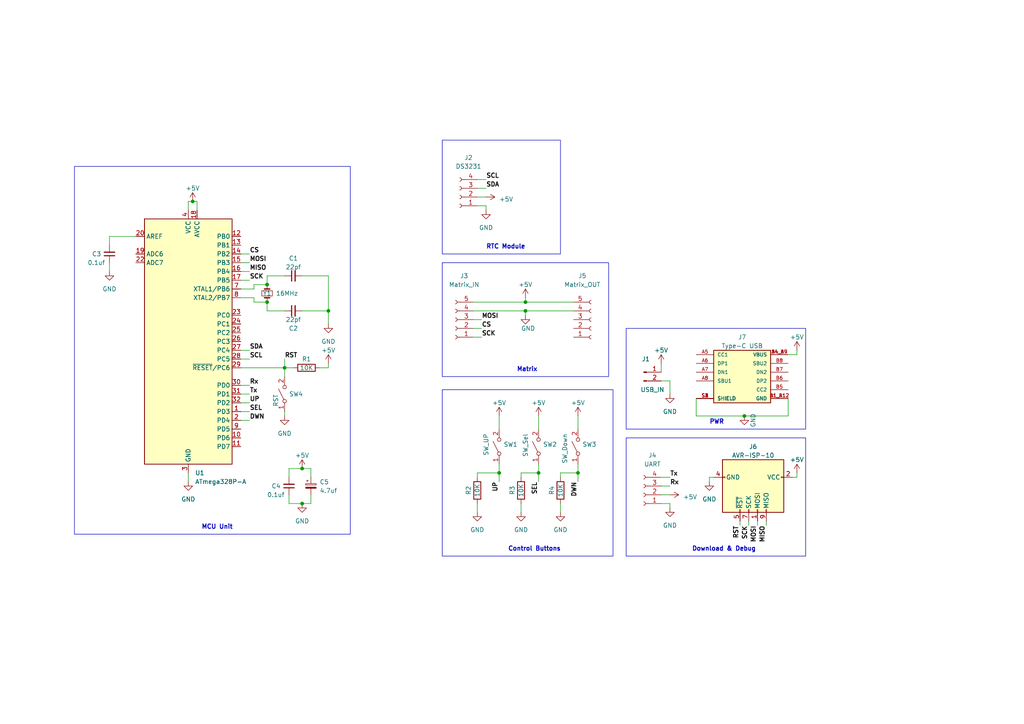
<source format=kicad_sch>
(kicad_sch (version 20230121) (generator eeschema)

  (uuid 69773b06-8fdf-44ca-a1a0-dd2235a683d9)

  (paper "A4")

  (lib_symbols
    (symbol "Connector:AVR-ISP-10" (pin_names (offset 1.016)) (in_bom yes) (on_board yes)
      (property "Reference" "J" (at -6.35 11.43 0)
        (effects (font (size 1.27 1.27)) (justify left))
      )
      (property "Value" "AVR-ISP-10" (at 0 11.43 0)
        (effects (font (size 1.27 1.27)) (justify left))
      )
      (property "Footprint" "" (at -6.35 1.27 90)
        (effects (font (size 1.27 1.27)) hide)
      )
      (property "Datasheet" " ~" (at -32.385 -13.97 0)
        (effects (font (size 1.27 1.27)) hide)
      )
      (property "ki_keywords" "AVR ISP Connector" (at 0 0 0)
        (effects (font (size 1.27 1.27)) hide)
      )
      (property "ki_description" "Atmel 10-pin ISP connector" (at 0 0 0)
        (effects (font (size 1.27 1.27)) hide)
      )
      (property "ki_fp_filters" "IDC?Header*2x05* Pin?Header*2x05*" (at 0 0 0)
        (effects (font (size 1.27 1.27)) hide)
      )
      (symbol "AVR-ISP-10_0_1"
        (rectangle (start -2.667 -6.858) (end -2.413 -7.62)
          (stroke (width 0) (type default))
          (fill (type none))
        )
        (rectangle (start -2.667 10.16) (end -2.413 9.398)
          (stroke (width 0) (type default))
          (fill (type none))
        )
        (rectangle (start 7.62 -2.413) (end 6.858 -2.667)
          (stroke (width 0) (type default))
          (fill (type none))
        )
        (rectangle (start 7.62 0.127) (end 6.858 -0.127)
          (stroke (width 0) (type default))
          (fill (type none))
        )
        (rectangle (start 7.62 2.667) (end 6.858 2.413)
          (stroke (width 0) (type default))
          (fill (type none))
        )
        (rectangle (start 7.62 5.207) (end 6.858 4.953)
          (stroke (width 0) (type default))
          (fill (type none))
        )
        (rectangle (start 7.62 10.16) (end -7.62 -7.62)
          (stroke (width 0.254) (type default))
          (fill (type background))
        )
      )
      (symbol "AVR-ISP-10_1_1"
        (pin passive line (at 10.16 2.54 180) (length 2.54)
          (name "MOSI" (effects (font (size 1.27 1.27))))
          (number "1" (effects (font (size 1.27 1.27))))
        )
        (pin passive line (at -2.54 -10.16 90) (length 2.54) hide
          (name "GND" (effects (font (size 1.27 1.27))))
          (number "10" (effects (font (size 1.27 1.27))))
        )
        (pin passive line (at -2.54 12.7 270) (length 2.54)
          (name "VCC" (effects (font (size 1.27 1.27))))
          (number "2" (effects (font (size 1.27 1.27))))
        )
        (pin no_connect line (at 7.62 -5.08 180) (length 2.54) hide
          (name "NC" (effects (font (size 1.27 1.27))))
          (number "3" (effects (font (size 1.27 1.27))))
        )
        (pin passive line (at -2.54 -10.16 90) (length 2.54)
          (name "GND" (effects (font (size 1.27 1.27))))
          (number "4" (effects (font (size 1.27 1.27))))
        )
        (pin passive line (at 10.16 -2.54 180) (length 2.54)
          (name "~{RST}" (effects (font (size 1.27 1.27))))
          (number "5" (effects (font (size 1.27 1.27))))
        )
        (pin passive line (at -2.54 -10.16 90) (length 2.54) hide
          (name "GND" (effects (font (size 1.27 1.27))))
          (number "6" (effects (font (size 1.27 1.27))))
        )
        (pin passive line (at 10.16 0 180) (length 2.54)
          (name "SCK" (effects (font (size 1.27 1.27))))
          (number "7" (effects (font (size 1.27 1.27))))
        )
        (pin passive line (at -2.54 -10.16 90) (length 2.54) hide
          (name "GND" (effects (font (size 1.27 1.27))))
          (number "8" (effects (font (size 1.27 1.27))))
        )
        (pin passive line (at 10.16 5.08 180) (length 2.54)
          (name "MISO" (effects (font (size 1.27 1.27))))
          (number "9" (effects (font (size 1.27 1.27))))
        )
      )
    )
    (symbol "Connector:Conn_01x02_Pin" (pin_names (offset 1.016) hide) (in_bom yes) (on_board yes)
      (property "Reference" "J" (at 0 2.54 0)
        (effects (font (size 1.27 1.27)))
      )
      (property "Value" "Conn_01x02_Pin" (at 0 -5.08 0)
        (effects (font (size 1.27 1.27)))
      )
      (property "Footprint" "" (at 0 0 0)
        (effects (font (size 1.27 1.27)) hide)
      )
      (property "Datasheet" "~" (at 0 0 0)
        (effects (font (size 1.27 1.27)) hide)
      )
      (property "ki_locked" "" (at 0 0 0)
        (effects (font (size 1.27 1.27)))
      )
      (property "ki_keywords" "connector" (at 0 0 0)
        (effects (font (size 1.27 1.27)) hide)
      )
      (property "ki_description" "Generic connector, single row, 01x02, script generated" (at 0 0 0)
        (effects (font (size 1.27 1.27)) hide)
      )
      (property "ki_fp_filters" "Connector*:*_1x??_*" (at 0 0 0)
        (effects (font (size 1.27 1.27)) hide)
      )
      (symbol "Conn_01x02_Pin_1_1"
        (polyline
          (pts
            (xy 1.27 -2.54)
            (xy 0.8636 -2.54)
          )
          (stroke (width 0.1524) (type default))
          (fill (type none))
        )
        (polyline
          (pts
            (xy 1.27 0)
            (xy 0.8636 0)
          )
          (stroke (width 0.1524) (type default))
          (fill (type none))
        )
        (rectangle (start 0.8636 -2.413) (end 0 -2.667)
          (stroke (width 0.1524) (type default))
          (fill (type outline))
        )
        (rectangle (start 0.8636 0.127) (end 0 -0.127)
          (stroke (width 0.1524) (type default))
          (fill (type outline))
        )
        (pin passive line (at 5.08 0 180) (length 3.81)
          (name "Pin_1" (effects (font (size 1.27 1.27))))
          (number "1" (effects (font (size 1.27 1.27))))
        )
        (pin passive line (at 5.08 -2.54 180) (length 3.81)
          (name "Pin_2" (effects (font (size 1.27 1.27))))
          (number "2" (effects (font (size 1.27 1.27))))
        )
      )
    )
    (symbol "Connector:Conn_01x04_Socket" (pin_names (offset 1.016) hide) (in_bom yes) (on_board yes)
      (property "Reference" "J" (at 0 5.08 0)
        (effects (font (size 1.27 1.27)))
      )
      (property "Value" "Conn_01x04_Socket" (at 0 -7.62 0)
        (effects (font (size 1.27 1.27)))
      )
      (property "Footprint" "" (at 0 0 0)
        (effects (font (size 1.27 1.27)) hide)
      )
      (property "Datasheet" "~" (at 0 0 0)
        (effects (font (size 1.27 1.27)) hide)
      )
      (property "ki_locked" "" (at 0 0 0)
        (effects (font (size 1.27 1.27)))
      )
      (property "ki_keywords" "connector" (at 0 0 0)
        (effects (font (size 1.27 1.27)) hide)
      )
      (property "ki_description" "Generic connector, single row, 01x04, script generated" (at 0 0 0)
        (effects (font (size 1.27 1.27)) hide)
      )
      (property "ki_fp_filters" "Connector*:*_1x??_*" (at 0 0 0)
        (effects (font (size 1.27 1.27)) hide)
      )
      (symbol "Conn_01x04_Socket_1_1"
        (arc (start 0 -4.572) (mid -0.5058 -5.08) (end 0 -5.588)
          (stroke (width 0.1524) (type default))
          (fill (type none))
        )
        (arc (start 0 -2.032) (mid -0.5058 -2.54) (end 0 -3.048)
          (stroke (width 0.1524) (type default))
          (fill (type none))
        )
        (polyline
          (pts
            (xy -1.27 -5.08)
            (xy -0.508 -5.08)
          )
          (stroke (width 0.1524) (type default))
          (fill (type none))
        )
        (polyline
          (pts
            (xy -1.27 -2.54)
            (xy -0.508 -2.54)
          )
          (stroke (width 0.1524) (type default))
          (fill (type none))
        )
        (polyline
          (pts
            (xy -1.27 0)
            (xy -0.508 0)
          )
          (stroke (width 0.1524) (type default))
          (fill (type none))
        )
        (polyline
          (pts
            (xy -1.27 2.54)
            (xy -0.508 2.54)
          )
          (stroke (width 0.1524) (type default))
          (fill (type none))
        )
        (arc (start 0 0.508) (mid -0.5058 0) (end 0 -0.508)
          (stroke (width 0.1524) (type default))
          (fill (type none))
        )
        (arc (start 0 3.048) (mid -0.5058 2.54) (end 0 2.032)
          (stroke (width 0.1524) (type default))
          (fill (type none))
        )
        (pin passive line (at -5.08 2.54 0) (length 3.81)
          (name "Pin_1" (effects (font (size 1.27 1.27))))
          (number "1" (effects (font (size 1.27 1.27))))
        )
        (pin passive line (at -5.08 0 0) (length 3.81)
          (name "Pin_2" (effects (font (size 1.27 1.27))))
          (number "2" (effects (font (size 1.27 1.27))))
        )
        (pin passive line (at -5.08 -2.54 0) (length 3.81)
          (name "Pin_3" (effects (font (size 1.27 1.27))))
          (number "3" (effects (font (size 1.27 1.27))))
        )
        (pin passive line (at -5.08 -5.08 0) (length 3.81)
          (name "Pin_4" (effects (font (size 1.27 1.27))))
          (number "4" (effects (font (size 1.27 1.27))))
        )
      )
    )
    (symbol "Connector:Conn_01x05_Socket" (pin_names (offset 1.016) hide) (in_bom yes) (on_board yes)
      (property "Reference" "J" (at 0 7.62 0)
        (effects (font (size 1.27 1.27)))
      )
      (property "Value" "Conn_01x05_Socket" (at 0 -7.62 0)
        (effects (font (size 1.27 1.27)))
      )
      (property "Footprint" "" (at 0 0 0)
        (effects (font (size 1.27 1.27)) hide)
      )
      (property "Datasheet" "~" (at 0 0 0)
        (effects (font (size 1.27 1.27)) hide)
      )
      (property "ki_locked" "" (at 0 0 0)
        (effects (font (size 1.27 1.27)))
      )
      (property "ki_keywords" "connector" (at 0 0 0)
        (effects (font (size 1.27 1.27)) hide)
      )
      (property "ki_description" "Generic connector, single row, 01x05, script generated" (at 0 0 0)
        (effects (font (size 1.27 1.27)) hide)
      )
      (property "ki_fp_filters" "Connector*:*_1x??_*" (at 0 0 0)
        (effects (font (size 1.27 1.27)) hide)
      )
      (symbol "Conn_01x05_Socket_1_1"
        (arc (start 0 -4.572) (mid -0.5058 -5.08) (end 0 -5.588)
          (stroke (width 0.1524) (type default))
          (fill (type none))
        )
        (arc (start 0 -2.032) (mid -0.5058 -2.54) (end 0 -3.048)
          (stroke (width 0.1524) (type default))
          (fill (type none))
        )
        (polyline
          (pts
            (xy -1.27 -5.08)
            (xy -0.508 -5.08)
          )
          (stroke (width 0.1524) (type default))
          (fill (type none))
        )
        (polyline
          (pts
            (xy -1.27 -2.54)
            (xy -0.508 -2.54)
          )
          (stroke (width 0.1524) (type default))
          (fill (type none))
        )
        (polyline
          (pts
            (xy -1.27 0)
            (xy -0.508 0)
          )
          (stroke (width 0.1524) (type default))
          (fill (type none))
        )
        (polyline
          (pts
            (xy -1.27 2.54)
            (xy -0.508 2.54)
          )
          (stroke (width 0.1524) (type default))
          (fill (type none))
        )
        (polyline
          (pts
            (xy -1.27 5.08)
            (xy -0.508 5.08)
          )
          (stroke (width 0.1524) (type default))
          (fill (type none))
        )
        (arc (start 0 0.508) (mid -0.5058 0) (end 0 -0.508)
          (stroke (width 0.1524) (type default))
          (fill (type none))
        )
        (arc (start 0 3.048) (mid -0.5058 2.54) (end 0 2.032)
          (stroke (width 0.1524) (type default))
          (fill (type none))
        )
        (arc (start 0 5.588) (mid -0.5058 5.08) (end 0 4.572)
          (stroke (width 0.1524) (type default))
          (fill (type none))
        )
        (pin passive line (at -5.08 5.08 0) (length 3.81)
          (name "Pin_1" (effects (font (size 1.27 1.27))))
          (number "1" (effects (font (size 1.27 1.27))))
        )
        (pin passive line (at -5.08 2.54 0) (length 3.81)
          (name "Pin_2" (effects (font (size 1.27 1.27))))
          (number "2" (effects (font (size 1.27 1.27))))
        )
        (pin passive line (at -5.08 0 0) (length 3.81)
          (name "Pin_3" (effects (font (size 1.27 1.27))))
          (number "3" (effects (font (size 1.27 1.27))))
        )
        (pin passive line (at -5.08 -2.54 0) (length 3.81)
          (name "Pin_4" (effects (font (size 1.27 1.27))))
          (number "4" (effects (font (size 1.27 1.27))))
        )
        (pin passive line (at -5.08 -5.08 0) (length 3.81)
          (name "Pin_5" (effects (font (size 1.27 1.27))))
          (number "5" (effects (font (size 1.27 1.27))))
        )
      )
    )
    (symbol "Connector:Type-C USB" (pin_names (offset 1.016)) (in_bom yes) (on_board yes)
      (property "Reference" "J7" (at 0 13.97 0)
        (effects (font (size 1.27 1.27)))
      )
      (property "Value" "Type-C USB" (at 0 11.43 0)
        (effects (font (size 1.27 1.27)))
      )
      (property "Footprint" "5077CR-16SMC2-BK-TR:NELTRON_5077CR-16SMC2-BK-TR" (at 0 0 0)
        (effects (font (size 1.27 1.27)) (justify bottom) hide)
      )
      (property "Datasheet" "" (at 0 0 0)
        (effects (font (size 1.27 1.27)) hide)
      )
      (property "MF" "Neltron" (at 0 0 0)
        (effects (font (size 1.27 1.27)) (justify bottom) hide)
      )
      (property "MAXIMUM_PACKAGE_HEIGHT" "3.26mm" (at 0 0 0)
        (effects (font (size 1.27 1.27)) (justify bottom) hide)
      )
      (property "Package" "Package" (at 0 0 0)
        (effects (font (size 1.27 1.27)) (justify bottom) hide)
      )
      (property "Price" "None" (at 0 0 0)
        (effects (font (size 1.27 1.27)) (justify bottom) hide)
      )
      (property "Check_prices" "https://www.snapeda.com/parts/5077CR-16SMC2-BK-TR/Neltron/view-part/?ref=eda" (at 0 0 0)
        (effects (font (size 1.27 1.27)) (justify bottom) hide)
      )
      (property "STANDARD" "Manufacturer Recommendations" (at 0 0 0)
        (effects (font (size 1.27 1.27)) (justify bottom) hide)
      )
      (property "PARTREV" "B" (at 0 0 0)
        (effects (font (size 1.27 1.27)) (justify bottom) hide)
      )
      (property "SnapEDA_Link" "https://www.snapeda.com/parts/5077CR-16SMC2-BK-TR/Neltron/view-part/?ref=snap" (at 0 0 0)
        (effects (font (size 1.27 1.27)) (justify bottom) hide)
      )
      (property "MP" "5077CR-16SMC2-BK-TR" (at 0 0 0)
        (effects (font (size 1.27 1.27)) (justify bottom) hide)
      )
      (property "Description" "\nUSB 3.1 C Type Female with Peg\n" (at 0 0 0)
        (effects (font (size 1.27 1.27)) (justify bottom) hide)
      )
      (property "MANUFACTURER" "Neltron" (at 0 0 0)
        (effects (font (size 1.27 1.27)) (justify bottom) hide)
      )
      (property "Availability" "Not in stock" (at 0 0 0)
        (effects (font (size 1.27 1.27)) (justify bottom) hide)
      )
      (property "SNAPEDA_PN" "5077CR-16SMC2-BK-TR" (at 0 0 0)
        (effects (font (size 1.27 1.27)) (justify bottom) hide)
      )
      (symbol "Type-C USB_0_0"
        (rectangle (start -12.7 10.16) (end 3.81 -5.08)
          (stroke (width 0.254) (type default))
          (fill (type background))
        )
        (pin power_in line (at 8.89 -3.81 180) (length 5.08)
          (name "GND" (effects (font (size 1.016 1.016))))
          (number "A1_B12" (effects (font (size 1.016 1.016))))
        )
        (pin power_in line (at 8.89 8.89 180) (length 5.08)
          (name "VBUS" (effects (font (size 1.016 1.016))))
          (number "A4_B9" (effects (font (size 1.016 1.016))))
        )
        (pin passive line (at -17.78 8.89 0) (length 5.08)
          (name "CC1" (effects (font (size 1.016 1.016))))
          (number "A5" (effects (font (size 1.016 1.016))))
        )
        (pin passive line (at -17.78 6.35 0) (length 5.08)
          (name "DP1" (effects (font (size 1.016 1.016))))
          (number "A6" (effects (font (size 1.016 1.016))))
        )
        (pin passive line (at -17.78 3.81 0) (length 5.08)
          (name "DN1" (effects (font (size 1.016 1.016))))
          (number "A7" (effects (font (size 1.016 1.016))))
        )
        (pin passive line (at -17.78 1.27 0) (length 5.08)
          (name "SBU1" (effects (font (size 1.016 1.016))))
          (number "A8" (effects (font (size 1.016 1.016))))
        )
        (pin power_in line (at 8.89 -3.81 180) (length 5.08)
          (name "GND" (effects (font (size 1.016 1.016))))
          (number "B1_A12" (effects (font (size 1.016 1.016))))
        )
        (pin power_in line (at 8.89 8.89 180) (length 5.08)
          (name "VBUS" (effects (font (size 1.016 1.016))))
          (number "B4_A9" (effects (font (size 1.016 1.016))))
        )
        (pin passive line (at 8.89 -1.27 180) (length 5.08)
          (name "CC2" (effects (font (size 1.016 1.016))))
          (number "B5" (effects (font (size 1.016 1.016))))
        )
        (pin passive line (at 8.89 1.27 180) (length 5.08)
          (name "DP2" (effects (font (size 1.016 1.016))))
          (number "B6" (effects (font (size 1.016 1.016))))
        )
        (pin passive line (at 8.89 3.81 180) (length 5.08)
          (name "DN2" (effects (font (size 1.016 1.016))))
          (number "B7" (effects (font (size 1.016 1.016))))
        )
        (pin passive line (at 8.89 6.35 180) (length 5.08)
          (name "SBU2" (effects (font (size 1.016 1.016))))
          (number "B8" (effects (font (size 1.016 1.016))))
        )
        (pin passive line (at -17.78 -3.81 0) (length 5.08)
          (name "SHIELD" (effects (font (size 1.016 1.016))))
          (number "S1" (effects (font (size 1.016 1.016))))
        )
        (pin passive line (at -17.78 -3.81 0) (length 5.08)
          (name "SHIELD" (effects (font (size 1.016 1.016))))
          (number "S2" (effects (font (size 1.016 1.016))))
        )
        (pin passive line (at -17.78 -3.81 0) (length 5.08)
          (name "SHIELD" (effects (font (size 1.016 1.016))))
          (number "S3" (effects (font (size 1.016 1.016))))
        )
        (pin passive line (at -17.78 -3.81 0) (length 5.08)
          (name "SHIELD" (effects (font (size 1.016 1.016))))
          (number "S4" (effects (font (size 1.016 1.016))))
        )
      )
    )
    (symbol "Device:C_Polarized_Small" (pin_numbers hide) (pin_names (offset 0.254) hide) (in_bom yes) (on_board yes)
      (property "Reference" "C" (at 0.254 1.778 0)
        (effects (font (size 1.27 1.27)) (justify left))
      )
      (property "Value" "C_Polarized_Small" (at 0.254 -2.032 0)
        (effects (font (size 1.27 1.27)) (justify left))
      )
      (property "Footprint" "" (at 0 0 0)
        (effects (font (size 1.27 1.27)) hide)
      )
      (property "Datasheet" "~" (at 0 0 0)
        (effects (font (size 1.27 1.27)) hide)
      )
      (property "ki_keywords" "cap capacitor" (at 0 0 0)
        (effects (font (size 1.27 1.27)) hide)
      )
      (property "ki_description" "Polarized capacitor, small symbol" (at 0 0 0)
        (effects (font (size 1.27 1.27)) hide)
      )
      (property "ki_fp_filters" "CP_*" (at 0 0 0)
        (effects (font (size 1.27 1.27)) hide)
      )
      (symbol "C_Polarized_Small_0_1"
        (rectangle (start -1.524 -0.3048) (end 1.524 -0.6858)
          (stroke (width 0) (type default))
          (fill (type outline))
        )
        (rectangle (start -1.524 0.6858) (end 1.524 0.3048)
          (stroke (width 0) (type default))
          (fill (type none))
        )
        (polyline
          (pts
            (xy -1.27 1.524)
            (xy -0.762 1.524)
          )
          (stroke (width 0) (type default))
          (fill (type none))
        )
        (polyline
          (pts
            (xy -1.016 1.27)
            (xy -1.016 1.778)
          )
          (stroke (width 0) (type default))
          (fill (type none))
        )
      )
      (symbol "C_Polarized_Small_1_1"
        (pin passive line (at 0 2.54 270) (length 1.8542)
          (name "~" (effects (font (size 1.27 1.27))))
          (number "1" (effects (font (size 1.27 1.27))))
        )
        (pin passive line (at 0 -2.54 90) (length 1.8542)
          (name "~" (effects (font (size 1.27 1.27))))
          (number "2" (effects (font (size 1.27 1.27))))
        )
      )
    )
    (symbol "Device:C_Small" (pin_numbers hide) (pin_names (offset 0.254) hide) (in_bom yes) (on_board yes)
      (property "Reference" "C" (at 0.254 1.778 0)
        (effects (font (size 1.27 1.27)) (justify left))
      )
      (property "Value" "C_Small" (at 0.254 -2.032 0)
        (effects (font (size 1.27 1.27)) (justify left))
      )
      (property "Footprint" "" (at 0 0 0)
        (effects (font (size 1.27 1.27)) hide)
      )
      (property "Datasheet" "~" (at 0 0 0)
        (effects (font (size 1.27 1.27)) hide)
      )
      (property "ki_keywords" "capacitor cap" (at 0 0 0)
        (effects (font (size 1.27 1.27)) hide)
      )
      (property "ki_description" "Unpolarized capacitor, small symbol" (at 0 0 0)
        (effects (font (size 1.27 1.27)) hide)
      )
      (property "ki_fp_filters" "C_*" (at 0 0 0)
        (effects (font (size 1.27 1.27)) hide)
      )
      (symbol "C_Small_0_1"
        (polyline
          (pts
            (xy -1.524 -0.508)
            (xy 1.524 -0.508)
          )
          (stroke (width 0.3302) (type default))
          (fill (type none))
        )
        (polyline
          (pts
            (xy -1.524 0.508)
            (xy 1.524 0.508)
          )
          (stroke (width 0.3048) (type default))
          (fill (type none))
        )
      )
      (symbol "C_Small_1_1"
        (pin passive line (at 0 2.54 270) (length 2.032)
          (name "~" (effects (font (size 1.27 1.27))))
          (number "1" (effects (font (size 1.27 1.27))))
        )
        (pin passive line (at 0 -2.54 90) (length 2.032)
          (name "~" (effects (font (size 1.27 1.27))))
          (number "2" (effects (font (size 1.27 1.27))))
        )
      )
    )
    (symbol "Device:Crystal_Small" (pin_numbers hide) (pin_names (offset 1.016) hide) (in_bom yes) (on_board yes)
      (property "Reference" "Y" (at 0 2.54 0)
        (effects (font (size 1.27 1.27)))
      )
      (property "Value" "Crystal_Small" (at 0 -2.54 0)
        (effects (font (size 1.27 1.27)))
      )
      (property "Footprint" "" (at 0 0 0)
        (effects (font (size 1.27 1.27)) hide)
      )
      (property "Datasheet" "~" (at 0 0 0)
        (effects (font (size 1.27 1.27)) hide)
      )
      (property "ki_keywords" "quartz ceramic resonator oscillator" (at 0 0 0)
        (effects (font (size 1.27 1.27)) hide)
      )
      (property "ki_description" "Two pin crystal, small symbol" (at 0 0 0)
        (effects (font (size 1.27 1.27)) hide)
      )
      (property "ki_fp_filters" "Crystal*" (at 0 0 0)
        (effects (font (size 1.27 1.27)) hide)
      )
      (symbol "Crystal_Small_0_1"
        (rectangle (start -0.762 -1.524) (end 0.762 1.524)
          (stroke (width 0) (type default))
          (fill (type none))
        )
        (polyline
          (pts
            (xy -1.27 -0.762)
            (xy -1.27 0.762)
          )
          (stroke (width 0.381) (type default))
          (fill (type none))
        )
        (polyline
          (pts
            (xy 1.27 -0.762)
            (xy 1.27 0.762)
          )
          (stroke (width 0.381) (type default))
          (fill (type none))
        )
      )
      (symbol "Crystal_Small_1_1"
        (pin passive line (at -2.54 0 0) (length 1.27)
          (name "1" (effects (font (size 1.27 1.27))))
          (number "1" (effects (font (size 1.27 1.27))))
        )
        (pin passive line (at 2.54 0 180) (length 1.27)
          (name "2" (effects (font (size 1.27 1.27))))
          (number "2" (effects (font (size 1.27 1.27))))
        )
      )
    )
    (symbol "Device:R" (pin_numbers hide) (pin_names (offset 0)) (in_bom yes) (on_board yes)
      (property "Reference" "R" (at 2.032 0 90)
        (effects (font (size 1.27 1.27)))
      )
      (property "Value" "R" (at 0 0 90)
        (effects (font (size 1.27 1.27)))
      )
      (property "Footprint" "" (at -1.778 0 90)
        (effects (font (size 1.27 1.27)) hide)
      )
      (property "Datasheet" "~" (at 0 0 0)
        (effects (font (size 1.27 1.27)) hide)
      )
      (property "ki_keywords" "R res resistor" (at 0 0 0)
        (effects (font (size 1.27 1.27)) hide)
      )
      (property "ki_description" "Resistor" (at 0 0 0)
        (effects (font (size 1.27 1.27)) hide)
      )
      (property "ki_fp_filters" "R_*" (at 0 0 0)
        (effects (font (size 1.27 1.27)) hide)
      )
      (symbol "R_0_1"
        (rectangle (start -1.016 -2.54) (end 1.016 2.54)
          (stroke (width 0.254) (type default))
          (fill (type none))
        )
      )
      (symbol "R_1_1"
        (pin passive line (at 0 3.81 270) (length 1.27)
          (name "~" (effects (font (size 1.27 1.27))))
          (number "1" (effects (font (size 1.27 1.27))))
        )
        (pin passive line (at 0 -3.81 90) (length 1.27)
          (name "~" (effects (font (size 1.27 1.27))))
          (number "2" (effects (font (size 1.27 1.27))))
        )
      )
    )
    (symbol "MCU_Microchip_ATmega:ATmega328P-A" (in_bom yes) (on_board yes)
      (property "Reference" "U" (at -12.7 36.83 0)
        (effects (font (size 1.27 1.27)) (justify left bottom))
      )
      (property "Value" "ATmega328P-A" (at 2.54 -36.83 0)
        (effects (font (size 1.27 1.27)) (justify left top))
      )
      (property "Footprint" "Package_QFP:TQFP-32_7x7mm_P0.8mm" (at 0 0 0)
        (effects (font (size 1.27 1.27) italic) hide)
      )
      (property "Datasheet" "http://ww1.microchip.com/downloads/en/DeviceDoc/ATmega328_P%20AVR%20MCU%20with%20picoPower%20Technology%20Data%20Sheet%2040001984A.pdf" (at 0 0 0)
        (effects (font (size 1.27 1.27)) hide)
      )
      (property "ki_keywords" "AVR 8bit Microcontroller MegaAVR PicoPower" (at 0 0 0)
        (effects (font (size 1.27 1.27)) hide)
      )
      (property "ki_description" "20MHz, 32kB Flash, 2kB SRAM, 1kB EEPROM, TQFP-32" (at 0 0 0)
        (effects (font (size 1.27 1.27)) hide)
      )
      (property "ki_fp_filters" "TQFP*7x7mm*P0.8mm*" (at 0 0 0)
        (effects (font (size 1.27 1.27)) hide)
      )
      (symbol "ATmega328P-A_0_1"
        (rectangle (start -12.7 -35.56) (end 12.7 35.56)
          (stroke (width 0.254) (type default))
          (fill (type background))
        )
      )
      (symbol "ATmega328P-A_1_1"
        (pin bidirectional line (at 15.24 -20.32 180) (length 2.54)
          (name "PD3" (effects (font (size 1.27 1.27))))
          (number "1" (effects (font (size 1.27 1.27))))
        )
        (pin bidirectional line (at 15.24 -27.94 180) (length 2.54)
          (name "PD6" (effects (font (size 1.27 1.27))))
          (number "10" (effects (font (size 1.27 1.27))))
        )
        (pin bidirectional line (at 15.24 -30.48 180) (length 2.54)
          (name "PD7" (effects (font (size 1.27 1.27))))
          (number "11" (effects (font (size 1.27 1.27))))
        )
        (pin bidirectional line (at 15.24 30.48 180) (length 2.54)
          (name "PB0" (effects (font (size 1.27 1.27))))
          (number "12" (effects (font (size 1.27 1.27))))
        )
        (pin bidirectional line (at 15.24 27.94 180) (length 2.54)
          (name "PB1" (effects (font (size 1.27 1.27))))
          (number "13" (effects (font (size 1.27 1.27))))
        )
        (pin bidirectional line (at 15.24 25.4 180) (length 2.54)
          (name "PB2" (effects (font (size 1.27 1.27))))
          (number "14" (effects (font (size 1.27 1.27))))
        )
        (pin bidirectional line (at 15.24 22.86 180) (length 2.54)
          (name "PB3" (effects (font (size 1.27 1.27))))
          (number "15" (effects (font (size 1.27 1.27))))
        )
        (pin bidirectional line (at 15.24 20.32 180) (length 2.54)
          (name "PB4" (effects (font (size 1.27 1.27))))
          (number "16" (effects (font (size 1.27 1.27))))
        )
        (pin bidirectional line (at 15.24 17.78 180) (length 2.54)
          (name "PB5" (effects (font (size 1.27 1.27))))
          (number "17" (effects (font (size 1.27 1.27))))
        )
        (pin power_in line (at 2.54 38.1 270) (length 2.54)
          (name "AVCC" (effects (font (size 1.27 1.27))))
          (number "18" (effects (font (size 1.27 1.27))))
        )
        (pin input line (at -15.24 25.4 0) (length 2.54)
          (name "ADC6" (effects (font (size 1.27 1.27))))
          (number "19" (effects (font (size 1.27 1.27))))
        )
        (pin bidirectional line (at 15.24 -22.86 180) (length 2.54)
          (name "PD4" (effects (font (size 1.27 1.27))))
          (number "2" (effects (font (size 1.27 1.27))))
        )
        (pin passive line (at -15.24 30.48 0) (length 2.54)
          (name "AREF" (effects (font (size 1.27 1.27))))
          (number "20" (effects (font (size 1.27 1.27))))
        )
        (pin passive line (at 0 -38.1 90) (length 2.54) hide
          (name "GND" (effects (font (size 1.27 1.27))))
          (number "21" (effects (font (size 1.27 1.27))))
        )
        (pin input line (at -15.24 22.86 0) (length 2.54)
          (name "ADC7" (effects (font (size 1.27 1.27))))
          (number "22" (effects (font (size 1.27 1.27))))
        )
        (pin bidirectional line (at 15.24 7.62 180) (length 2.54)
          (name "PC0" (effects (font (size 1.27 1.27))))
          (number "23" (effects (font (size 1.27 1.27))))
        )
        (pin bidirectional line (at 15.24 5.08 180) (length 2.54)
          (name "PC1" (effects (font (size 1.27 1.27))))
          (number "24" (effects (font (size 1.27 1.27))))
        )
        (pin bidirectional line (at 15.24 2.54 180) (length 2.54)
          (name "PC2" (effects (font (size 1.27 1.27))))
          (number "25" (effects (font (size 1.27 1.27))))
        )
        (pin bidirectional line (at 15.24 0 180) (length 2.54)
          (name "PC3" (effects (font (size 1.27 1.27))))
          (number "26" (effects (font (size 1.27 1.27))))
        )
        (pin bidirectional line (at 15.24 -2.54 180) (length 2.54)
          (name "PC4" (effects (font (size 1.27 1.27))))
          (number "27" (effects (font (size 1.27 1.27))))
        )
        (pin bidirectional line (at 15.24 -5.08 180) (length 2.54)
          (name "PC5" (effects (font (size 1.27 1.27))))
          (number "28" (effects (font (size 1.27 1.27))))
        )
        (pin bidirectional line (at 15.24 -7.62 180) (length 2.54)
          (name "~{RESET}/PC6" (effects (font (size 1.27 1.27))))
          (number "29" (effects (font (size 1.27 1.27))))
        )
        (pin power_in line (at 0 -38.1 90) (length 2.54)
          (name "GND" (effects (font (size 1.27 1.27))))
          (number "3" (effects (font (size 1.27 1.27))))
        )
        (pin bidirectional line (at 15.24 -12.7 180) (length 2.54)
          (name "PD0" (effects (font (size 1.27 1.27))))
          (number "30" (effects (font (size 1.27 1.27))))
        )
        (pin bidirectional line (at 15.24 -15.24 180) (length 2.54)
          (name "PD1" (effects (font (size 1.27 1.27))))
          (number "31" (effects (font (size 1.27 1.27))))
        )
        (pin bidirectional line (at 15.24 -17.78 180) (length 2.54)
          (name "PD2" (effects (font (size 1.27 1.27))))
          (number "32" (effects (font (size 1.27 1.27))))
        )
        (pin power_in line (at 0 38.1 270) (length 2.54)
          (name "VCC" (effects (font (size 1.27 1.27))))
          (number "4" (effects (font (size 1.27 1.27))))
        )
        (pin passive line (at 0 -38.1 90) (length 2.54) hide
          (name "GND" (effects (font (size 1.27 1.27))))
          (number "5" (effects (font (size 1.27 1.27))))
        )
        (pin passive line (at 0 38.1 270) (length 2.54) hide
          (name "VCC" (effects (font (size 1.27 1.27))))
          (number "6" (effects (font (size 1.27 1.27))))
        )
        (pin bidirectional line (at 15.24 15.24 180) (length 2.54)
          (name "XTAL1/PB6" (effects (font (size 1.27 1.27))))
          (number "7" (effects (font (size 1.27 1.27))))
        )
        (pin bidirectional line (at 15.24 12.7 180) (length 2.54)
          (name "XTAL2/PB7" (effects (font (size 1.27 1.27))))
          (number "8" (effects (font (size 1.27 1.27))))
        )
        (pin bidirectional line (at 15.24 -25.4 180) (length 2.54)
          (name "PD5" (effects (font (size 1.27 1.27))))
          (number "9" (effects (font (size 1.27 1.27))))
        )
      )
    )
    (symbol "Switch:SW_SPST" (pin_names (offset 0) hide) (in_bom yes) (on_board yes)
      (property "Reference" "SW" (at 0 3.175 0)
        (effects (font (size 1.27 1.27)))
      )
      (property "Value" "SW_SPST" (at 0 -2.54 0)
        (effects (font (size 1.27 1.27)))
      )
      (property "Footprint" "" (at 0 0 0)
        (effects (font (size 1.27 1.27)) hide)
      )
      (property "Datasheet" "~" (at 0 0 0)
        (effects (font (size 1.27 1.27)) hide)
      )
      (property "ki_keywords" "switch lever" (at 0 0 0)
        (effects (font (size 1.27 1.27)) hide)
      )
      (property "ki_description" "Single Pole Single Throw (SPST) switch" (at 0 0 0)
        (effects (font (size 1.27 1.27)) hide)
      )
      (symbol "SW_SPST_0_0"
        (circle (center -2.032 0) (radius 0.508)
          (stroke (width 0) (type default))
          (fill (type none))
        )
        (polyline
          (pts
            (xy -1.524 0.254)
            (xy 1.524 1.778)
          )
          (stroke (width 0) (type default))
          (fill (type none))
        )
        (circle (center 2.032 0) (radius 0.508)
          (stroke (width 0) (type default))
          (fill (type none))
        )
      )
      (symbol "SW_SPST_1_1"
        (pin passive line (at -5.08 0 0) (length 2.54)
          (name "A" (effects (font (size 1.27 1.27))))
          (number "1" (effects (font (size 1.27 1.27))))
        )
        (pin passive line (at 5.08 0 180) (length 2.54)
          (name "B" (effects (font (size 1.27 1.27))))
          (number "2" (effects (font (size 1.27 1.27))))
        )
      )
    )
    (symbol "power:+5V" (power) (pin_names (offset 0)) (in_bom yes) (on_board yes)
      (property "Reference" "#PWR" (at 0 -3.81 0)
        (effects (font (size 1.27 1.27)) hide)
      )
      (property "Value" "+5V" (at 0 3.556 0)
        (effects (font (size 1.27 1.27)))
      )
      (property "Footprint" "" (at 0 0 0)
        (effects (font (size 1.27 1.27)) hide)
      )
      (property "Datasheet" "" (at 0 0 0)
        (effects (font (size 1.27 1.27)) hide)
      )
      (property "ki_keywords" "global power" (at 0 0 0)
        (effects (font (size 1.27 1.27)) hide)
      )
      (property "ki_description" "Power symbol creates a global label with name \"+5V\"" (at 0 0 0)
        (effects (font (size 1.27 1.27)) hide)
      )
      (symbol "+5V_0_1"
        (polyline
          (pts
            (xy -0.762 1.27)
            (xy 0 2.54)
          )
          (stroke (width 0) (type default))
          (fill (type none))
        )
        (polyline
          (pts
            (xy 0 0)
            (xy 0 2.54)
          )
          (stroke (width 0) (type default))
          (fill (type none))
        )
        (polyline
          (pts
            (xy 0 2.54)
            (xy 0.762 1.27)
          )
          (stroke (width 0) (type default))
          (fill (type none))
        )
      )
      (symbol "+5V_1_1"
        (pin power_in line (at 0 0 90) (length 0) hide
          (name "+5V" (effects (font (size 1.27 1.27))))
          (number "1" (effects (font (size 1.27 1.27))))
        )
      )
    )
    (symbol "power:GND" (power) (pin_names (offset 0)) (in_bom yes) (on_board yes)
      (property "Reference" "#PWR" (at 0 -6.35 0)
        (effects (font (size 1.27 1.27)) hide)
      )
      (property "Value" "GND" (at 0 -3.81 0)
        (effects (font (size 1.27 1.27)))
      )
      (property "Footprint" "" (at 0 0 0)
        (effects (font (size 1.27 1.27)) hide)
      )
      (property "Datasheet" "" (at 0 0 0)
        (effects (font (size 1.27 1.27)) hide)
      )
      (property "ki_keywords" "global power" (at 0 0 0)
        (effects (font (size 1.27 1.27)) hide)
      )
      (property "ki_description" "Power symbol creates a global label with name \"GND\" , ground" (at 0 0 0)
        (effects (font (size 1.27 1.27)) hide)
      )
      (symbol "GND_0_1"
        (polyline
          (pts
            (xy 0 0)
            (xy 0 -1.27)
            (xy 1.27 -1.27)
            (xy 0 -2.54)
            (xy -1.27 -1.27)
            (xy 0 -1.27)
          )
          (stroke (width 0) (type default))
          (fill (type none))
        )
      )
      (symbol "GND_1_1"
        (pin power_in line (at 0 0 270) (length 0) hide
          (name "GND" (effects (font (size 1.27 1.27))))
          (number "1" (effects (font (size 1.27 1.27))))
        )
      )
    )
  )

  (junction (at 55.88 58.42) (diameter 0) (color 0 0 0 0)
    (uuid 1924ae8d-ede2-4965-ac5e-675a25a6119a)
  )
  (junction (at 82.55 106.68) (diameter 0) (color 0 0 0 0)
    (uuid 2a87e899-41df-4004-824e-085e883a19e3)
  )
  (junction (at 87.63 146.05) (diameter 0) (color 0 0 0 0)
    (uuid 312e50dd-d5ff-4588-aec8-0e02dc2f3bd5)
  )
  (junction (at 77.47 82.55) (diameter 0) (color 0 0 0 0)
    (uuid 5008929f-191a-4683-86cf-e252df672c7c)
  )
  (junction (at 87.63 135.89) (diameter 0) (color 0 0 0 0)
    (uuid 7942ccb9-94e8-4ff8-bd37-1a6453948a61)
  )
  (junction (at 156.21 137.16) (diameter 0) (color 0 0 0 0)
    (uuid 955eb114-13f8-403d-a69d-819a3e262015)
  )
  (junction (at 215.9 120.65) (diameter 0) (color 0 0 0 0)
    (uuid 9b18a010-4bb5-40af-b4ac-726f7ca88faf)
  )
  (junction (at 77.47 87.63) (diameter 0) (color 0 0 0 0)
    (uuid ae0e9d12-2ad3-43d2-a8eb-d46d9199e018)
  )
  (junction (at 95.25 90.17) (diameter 0) (color 0 0 0 0)
    (uuid bb535ab7-75e0-488b-9c21-90bc8bcf97bb)
  )
  (junction (at 144.78 137.16) (diameter 0) (color 0 0 0 0)
    (uuid c2ae01b9-d2c2-4b50-9bcb-ca20dac34295)
  )
  (junction (at 167.64 137.16) (diameter 0) (color 0 0 0 0)
    (uuid cf96d30f-459c-4a3a-a28d-c4d254f4df12)
  )
  (junction (at 152.4 90.17) (diameter 0) (color 0 0 0 0)
    (uuid d980a7d3-bf4a-48d9-818c-e26a6a13ae54)
  )
  (junction (at 152.4 87.63) (diameter 0) (color 0 0 0 0)
    (uuid dcb0bc07-11fd-4fcd-ad38-2d59bca49671)
  )

  (wire (pts (xy 162.56 138.43) (xy 162.56 137.16))
    (stroke (width 0) (type default))
    (uuid 0112b44c-372b-4d1d-8f56-e2cf4a441ce3)
  )
  (wire (pts (xy 137.16 97.79) (xy 139.7 97.79))
    (stroke (width 0) (type default))
    (uuid 0e0e9c96-b011-4b8a-9d09-d48552d0803a)
  )
  (wire (pts (xy 73.66 83.82) (xy 73.66 82.55))
    (stroke (width 0) (type default))
    (uuid 0fa7367c-177d-4711-9ffb-4ce48f58e4bc)
  )
  (wire (pts (xy 31.75 71.12) (xy 31.75 68.58))
    (stroke (width 0) (type default))
    (uuid 152b8c4d-7e35-4ffb-bbad-de669f79e9ee)
  )
  (wire (pts (xy 92.71 106.68) (xy 95.25 106.68))
    (stroke (width 0) (type default))
    (uuid 17139da9-3910-4aca-bc37-8dcf76582f17)
  )
  (wire (pts (xy 137.16 95.25) (xy 139.7 95.25))
    (stroke (width 0) (type default))
    (uuid 173dd1f0-2dcd-4ea9-92be-795820a30159)
  )
  (wire (pts (xy 222.25 151.13) (xy 222.25 152.4))
    (stroke (width 0) (type default))
    (uuid 17471b40-2716-4b91-857a-2da16ec8bf5f)
  )
  (wire (pts (xy 95.25 106.68) (xy 95.25 105.41))
    (stroke (width 0) (type default))
    (uuid 1871cb2e-0ed2-443a-a9a7-51fc41b1bdce)
  )
  (wire (pts (xy 205.74 138.43) (xy 207.01 138.43))
    (stroke (width 0) (type default))
    (uuid 18eb9409-fbc4-4fe5-9585-6732cdb03486)
  )
  (wire (pts (xy 83.82 135.89) (xy 87.63 135.89))
    (stroke (width 0) (type default))
    (uuid 1b41129b-e7eb-4141-a086-94c3cb6bb762)
  )
  (wire (pts (xy 73.66 86.36) (xy 73.66 87.63))
    (stroke (width 0) (type default))
    (uuid 1b563f33-c974-4488-ab3b-e75e278c1c73)
  )
  (wire (pts (xy 194.31 146.05) (xy 194.31 147.32))
    (stroke (width 0) (type default))
    (uuid 1cd09f5a-fcff-4b3b-9d51-1249622cc92f)
  )
  (wire (pts (xy 231.14 138.43) (xy 229.87 138.43))
    (stroke (width 0) (type default))
    (uuid 1dfa93fc-92e7-4715-a83d-163aca072ef0)
  )
  (wire (pts (xy 219.71 151.13) (xy 219.71 152.4))
    (stroke (width 0) (type default))
    (uuid 1f4dcef9-ea53-43d7-8f54-6299e3918e83)
  )
  (wire (pts (xy 31.75 76.2) (xy 31.75 78.74))
    (stroke (width 0) (type default))
    (uuid 1f50fdc7-b234-427b-b06d-bc511f753848)
  )
  (wire (pts (xy 90.17 146.05) (xy 90.17 143.51))
    (stroke (width 0) (type default))
    (uuid 2182343a-b15b-4690-8787-2114ccdbeeae)
  )
  (wire (pts (xy 69.85 76.2) (xy 72.39 76.2))
    (stroke (width 0) (type default))
    (uuid 2528663e-ee7c-4fa5-803c-89ea374ad665)
  )
  (wire (pts (xy 231.14 137.16) (xy 231.14 138.43))
    (stroke (width 0) (type default))
    (uuid 26cf37fe-0e66-41f9-83a6-b1f22ebdede5)
  )
  (wire (pts (xy 231.14 102.87) (xy 228.6 102.87))
    (stroke (width 0) (type default))
    (uuid 26f8cc81-c864-4e1b-9ddd-c58b96f789ce)
  )
  (wire (pts (xy 87.63 80.01) (xy 95.25 80.01))
    (stroke (width 0) (type default))
    (uuid 27c1b2b9-da6c-43cc-ad60-a183c458fcc6)
  )
  (wire (pts (xy 69.85 81.28) (xy 72.39 81.28))
    (stroke (width 0) (type default))
    (uuid 28590ef4-cdad-494b-af0d-ec2d91af7dca)
  )
  (wire (pts (xy 162.56 137.16) (xy 167.64 137.16))
    (stroke (width 0) (type default))
    (uuid 295de97d-cf53-4f53-b0e4-8fa4fb67b069)
  )
  (wire (pts (xy 69.85 119.38) (xy 72.39 119.38))
    (stroke (width 0) (type default))
    (uuid 2d9e606b-74cf-4d62-aebd-fcfb4b283f54)
  )
  (wire (pts (xy 144.78 137.16) (xy 144.78 139.7))
    (stroke (width 0) (type default))
    (uuid 31047435-59c7-4a7b-af6b-2cb80a8e773c)
  )
  (wire (pts (xy 77.47 80.01) (xy 77.47 82.55))
    (stroke (width 0) (type default))
    (uuid 32524f19-ff16-440e-88ee-a59ac811ceaf)
  )
  (wire (pts (xy 83.82 138.43) (xy 83.82 135.89))
    (stroke (width 0) (type default))
    (uuid 3a599db4-6ea1-4eb4-8580-9219079f334a)
  )
  (wire (pts (xy 231.14 101.6) (xy 231.14 102.87))
    (stroke (width 0) (type default))
    (uuid 3ff8149a-7952-42ce-b4fb-612e0921de3c)
  )
  (wire (pts (xy 167.64 120.65) (xy 167.64 124.46))
    (stroke (width 0) (type default))
    (uuid 415c7180-ab45-4493-b4d2-074a5e9dd276)
  )
  (wire (pts (xy 69.85 73.66) (xy 72.39 73.66))
    (stroke (width 0) (type default))
    (uuid 460c74ce-2b49-41dd-8f87-cc7366ec644e)
  )
  (wire (pts (xy 191.77 143.51) (xy 194.31 143.51))
    (stroke (width 0) (type default))
    (uuid 4a807a6d-7f9e-4e75-ab7b-b388ddd98d88)
  )
  (wire (pts (xy 137.16 92.71) (xy 139.7 92.71))
    (stroke (width 0) (type default))
    (uuid 4bccf78c-3695-4ce9-a736-4dc808c955d7)
  )
  (wire (pts (xy 137.16 90.17) (xy 152.4 90.17))
    (stroke (width 0) (type default))
    (uuid 4d05d0e8-b859-409f-bf34-fe8ea264793d)
  )
  (wire (pts (xy 69.85 114.3) (xy 72.39 114.3))
    (stroke (width 0) (type default))
    (uuid 4e72536c-cb87-420b-adab-a160a12c4f8d)
  )
  (wire (pts (xy 144.78 120.65) (xy 144.78 124.46))
    (stroke (width 0) (type default))
    (uuid 57cba6e0-876c-4fb6-a12b-04f1374a2b35)
  )
  (wire (pts (xy 215.9 120.65) (xy 228.6 120.65))
    (stroke (width 0) (type default))
    (uuid 5a9987cd-7823-4baa-91e3-567a0491394c)
  )
  (wire (pts (xy 156.21 137.16) (xy 156.21 134.62))
    (stroke (width 0) (type default))
    (uuid 5aea0266-c9cf-459c-bc55-7e3b9b0c78b1)
  )
  (wire (pts (xy 69.85 106.68) (xy 82.55 106.68))
    (stroke (width 0) (type default))
    (uuid 5d79fae5-3938-4102-acb1-06b426a02fb5)
  )
  (wire (pts (xy 73.66 82.55) (xy 77.47 82.55))
    (stroke (width 0) (type default))
    (uuid 622317ed-d5aa-4392-8f1f-fe9982466ea4)
  )
  (wire (pts (xy 151.13 137.16) (xy 156.21 137.16))
    (stroke (width 0) (type default))
    (uuid 66432657-749e-49a3-b1ec-cd4fa8e3f8a8)
  )
  (wire (pts (xy 69.85 111.76) (xy 72.39 111.76))
    (stroke (width 0) (type default))
    (uuid 6b13863a-bb45-42fd-baa6-637c525f6f07)
  )
  (wire (pts (xy 57.15 58.42) (xy 57.15 60.96))
    (stroke (width 0) (type default))
    (uuid 6fc084d8-a5aa-4e3e-b871-fe34fc8582f2)
  )
  (wire (pts (xy 194.31 114.3) (xy 194.31 110.49))
    (stroke (width 0) (type default))
    (uuid 7938ce41-8218-4a83-8983-4d210b365c56)
  )
  (wire (pts (xy 152.4 87.63) (xy 166.37 87.63))
    (stroke (width 0) (type default))
    (uuid 7b6acc3a-d17a-4807-afb8-3ef0927403d8)
  )
  (wire (pts (xy 69.85 78.74) (xy 72.39 78.74))
    (stroke (width 0) (type default))
    (uuid 7c814577-ef94-4f49-809c-e190928008dd)
  )
  (wire (pts (xy 156.21 120.65) (xy 156.21 124.46))
    (stroke (width 0) (type default))
    (uuid 7e2c7aac-dd5c-4479-922d-1b0c7e658fd7)
  )
  (wire (pts (xy 95.25 90.17) (xy 95.25 93.98))
    (stroke (width 0) (type default))
    (uuid 7fd0e339-69bc-40ea-8971-377d1b320399)
  )
  (wire (pts (xy 214.63 151.13) (xy 214.63 152.4))
    (stroke (width 0) (type default))
    (uuid 85dd0548-6b33-4fc4-bd5b-b10b4665eff2)
  )
  (wire (pts (xy 82.55 119.38) (xy 82.55 120.65))
    (stroke (width 0) (type default))
    (uuid 8a44677f-a94e-4055-a2dc-1930c264ad0d)
  )
  (wire (pts (xy 82.55 104.14) (xy 82.55 106.68))
    (stroke (width 0) (type default))
    (uuid 8c1b72d5-0cda-4cb5-ad64-a07a6a89e2ea)
  )
  (wire (pts (xy 194.31 110.49) (xy 191.77 110.49))
    (stroke (width 0) (type default))
    (uuid 8d41badd-60d0-4e2f-aaef-3305db28683e)
  )
  (wire (pts (xy 87.63 90.17) (xy 95.25 90.17))
    (stroke (width 0) (type default))
    (uuid 91d0b05e-3122-445f-b48f-5a31fbb48270)
  )
  (wire (pts (xy 140.97 59.69) (xy 140.97 60.96))
    (stroke (width 0) (type default))
    (uuid 93312fe4-1bc7-42f8-b6b2-6a130504dbf5)
  )
  (wire (pts (xy 201.93 120.65) (xy 215.9 120.65))
    (stroke (width 0) (type default))
    (uuid 95261910-1ab6-48ff-96f8-200bbd0bb6bd)
  )
  (wire (pts (xy 191.77 146.05) (xy 194.31 146.05))
    (stroke (width 0) (type default))
    (uuid 95d6e4f9-621a-460e-98be-18bf74646f5d)
  )
  (wire (pts (xy 87.63 135.89) (xy 90.17 135.89))
    (stroke (width 0) (type default))
    (uuid 9806d8a0-1217-4188-b617-ee95198d1287)
  )
  (wire (pts (xy 31.75 68.58) (xy 39.37 68.58))
    (stroke (width 0) (type default))
    (uuid 989d5527-d6bf-4ea9-af53-ff402a96f79f)
  )
  (wire (pts (xy 69.85 121.92) (xy 72.39 121.92))
    (stroke (width 0) (type default))
    (uuid 999fbded-5e52-4f75-bd2d-0d8016533d30)
  )
  (wire (pts (xy 152.4 90.17) (xy 152.4 91.44))
    (stroke (width 0) (type default))
    (uuid 9ba76869-da4d-4689-8ea2-7d40ba240f37)
  )
  (wire (pts (xy 167.64 137.16) (xy 167.64 139.7))
    (stroke (width 0) (type default))
    (uuid 9bd83985-54b1-45a2-a637-3f43302293bf)
  )
  (wire (pts (xy 138.43 57.15) (xy 140.97 57.15))
    (stroke (width 0) (type default))
    (uuid 9d11f77e-9c02-4a0e-82a0-af9236afb625)
  )
  (wire (pts (xy 82.55 106.68) (xy 85.09 106.68))
    (stroke (width 0) (type default))
    (uuid 9e0f4e0d-177d-45b0-8972-f7b6db18bdc8)
  )
  (wire (pts (xy 151.13 138.43) (xy 151.13 137.16))
    (stroke (width 0) (type default))
    (uuid a591fe5b-4947-400a-a333-141af616984d)
  )
  (wire (pts (xy 137.16 87.63) (xy 152.4 87.63))
    (stroke (width 0) (type default))
    (uuid a8c40ef5-70ec-4d9d-b5a1-a1acf39d15f2)
  )
  (wire (pts (xy 138.43 52.07) (xy 140.97 52.07))
    (stroke (width 0) (type default))
    (uuid a8d8ca3b-addd-4270-8264-3cec58d39e18)
  )
  (wire (pts (xy 191.77 105.41) (xy 191.77 107.95))
    (stroke (width 0) (type default))
    (uuid ab05cd29-5c49-4b0d-81de-4a46f4fa2a0b)
  )
  (wire (pts (xy 138.43 54.61) (xy 140.97 54.61))
    (stroke (width 0) (type default))
    (uuid ac8a269f-5d9b-4b6b-bd7b-22a6359d24f6)
  )
  (wire (pts (xy 83.82 146.05) (xy 87.63 146.05))
    (stroke (width 0) (type default))
    (uuid acc141a2-96be-4856-8547-17c4d2afe744)
  )
  (wire (pts (xy 191.77 138.43) (xy 194.31 138.43))
    (stroke (width 0) (type default))
    (uuid ad267e4f-1e88-4437-bac7-4811d102e1cd)
  )
  (wire (pts (xy 201.93 115.57) (xy 201.93 120.65))
    (stroke (width 0) (type default))
    (uuid af304a97-fd03-41ef-a7ce-c74f9fedb390)
  )
  (wire (pts (xy 69.85 101.6) (xy 72.39 101.6))
    (stroke (width 0) (type default))
    (uuid b08c592b-cfa5-405b-a5fd-8b71015bad00)
  )
  (wire (pts (xy 191.77 140.97) (xy 194.31 140.97))
    (stroke (width 0) (type default))
    (uuid b10882a2-1ae1-45c9-9b1b-f8e9deef5cd5)
  )
  (wire (pts (xy 69.85 104.14) (xy 72.39 104.14))
    (stroke (width 0) (type default))
    (uuid b1441037-f5c2-4141-9a65-369ac725b00f)
  )
  (wire (pts (xy 77.47 87.63) (xy 77.47 90.17))
    (stroke (width 0) (type default))
    (uuid b56574dc-f9f2-4c3e-b29a-02d0693cdf95)
  )
  (wire (pts (xy 69.85 83.82) (xy 73.66 83.82))
    (stroke (width 0) (type default))
    (uuid b6775cdc-4b11-4804-91af-c798e85b65b6)
  )
  (wire (pts (xy 54.61 137.16) (xy 54.61 139.7))
    (stroke (width 0) (type default))
    (uuid bab49297-f2c3-4ff3-a2fd-947529aa0dc1)
  )
  (wire (pts (xy 138.43 138.43) (xy 138.43 137.16))
    (stroke (width 0) (type default))
    (uuid bc172fa6-7769-49ed-8094-ef7b32183d6e)
  )
  (wire (pts (xy 228.6 120.65) (xy 228.6 115.57))
    (stroke (width 0) (type default))
    (uuid bdc5a9d0-71da-4f30-b0d9-e465d6917ce2)
  )
  (wire (pts (xy 156.21 137.16) (xy 156.21 139.7))
    (stroke (width 0) (type default))
    (uuid bf964d16-cdb8-4182-a67d-1b15834edc1a)
  )
  (wire (pts (xy 54.61 60.96) (xy 54.61 58.42))
    (stroke (width 0) (type default))
    (uuid bfd02459-60bc-4571-a587-d2ec7288e6a1)
  )
  (wire (pts (xy 69.85 86.36) (xy 73.66 86.36))
    (stroke (width 0) (type default))
    (uuid c1721123-4b4d-4bb9-8378-ff8c1c767aa2)
  )
  (wire (pts (xy 82.55 80.01) (xy 77.47 80.01))
    (stroke (width 0) (type default))
    (uuid c588125c-d8a2-43a8-a07f-f1c780a6c1e0)
  )
  (wire (pts (xy 151.13 146.05) (xy 151.13 148.59))
    (stroke (width 0) (type default))
    (uuid c7563912-6ec2-4304-aa3a-fc3085b6a0fd)
  )
  (wire (pts (xy 83.82 143.51) (xy 83.82 146.05))
    (stroke (width 0) (type default))
    (uuid cc0406f7-3891-4df8-8d60-071b33d750de)
  )
  (wire (pts (xy 69.85 116.84) (xy 72.39 116.84))
    (stroke (width 0) (type default))
    (uuid d762c08c-1c9a-4339-8111-44a929fd8045)
  )
  (wire (pts (xy 90.17 135.89) (xy 90.17 138.43))
    (stroke (width 0) (type default))
    (uuid dc993ec7-1f9b-48d3-8953-789a968567b0)
  )
  (wire (pts (xy 162.56 146.05) (xy 162.56 148.59))
    (stroke (width 0) (type default))
    (uuid de6c9b14-8c6b-49cf-ac8f-8ba7f72ae0f7)
  )
  (wire (pts (xy 54.61 58.42) (xy 55.88 58.42))
    (stroke (width 0) (type default))
    (uuid e13de750-dbeb-4766-90d0-9afd75dc7630)
  )
  (wire (pts (xy 167.64 137.16) (xy 167.64 134.62))
    (stroke (width 0) (type default))
    (uuid e14ce110-2298-4a2f-91e0-e7bcc2074118)
  )
  (wire (pts (xy 77.47 90.17) (xy 82.55 90.17))
    (stroke (width 0) (type default))
    (uuid e42f1a69-33c8-4b9b-ab2d-2a1f4bc66e36)
  )
  (wire (pts (xy 217.17 151.13) (xy 217.17 152.4))
    (stroke (width 0) (type default))
    (uuid e4723852-71c3-4145-ba89-54dab354f1a1)
  )
  (wire (pts (xy 138.43 137.16) (xy 144.78 137.16))
    (stroke (width 0) (type default))
    (uuid e4969e16-74ec-486d-a8af-4c929e49c9ca)
  )
  (wire (pts (xy 152.4 90.17) (xy 166.37 90.17))
    (stroke (width 0) (type default))
    (uuid e5beff3e-5933-42c1-ad72-5a90b109c4eb)
  )
  (wire (pts (xy 144.78 134.62) (xy 144.78 137.16))
    (stroke (width 0) (type default))
    (uuid e76bb342-73e1-4289-99d4-bd047b09866e)
  )
  (wire (pts (xy 205.74 139.7) (xy 205.74 138.43))
    (stroke (width 0) (type default))
    (uuid eb61d00d-2d53-43e1-81b9-d8c3d39ffd17)
  )
  (wire (pts (xy 138.43 59.69) (xy 140.97 59.69))
    (stroke (width 0) (type default))
    (uuid eef0704d-4a0a-4198-8963-84abe8f92045)
  )
  (wire (pts (xy 152.4 86.36) (xy 152.4 87.63))
    (stroke (width 0) (type default))
    (uuid f248f4cc-07e1-4bfc-a7aa-c292381ee0f2)
  )
  (wire (pts (xy 73.66 87.63) (xy 77.47 87.63))
    (stroke (width 0) (type default))
    (uuid f326bf7d-0a7a-4ec7-860e-770d0e8c2392)
  )
  (wire (pts (xy 55.88 58.42) (xy 57.15 58.42))
    (stroke (width 0) (type default))
    (uuid f81f45c2-71cb-4f77-8a0e-8db166778d36)
  )
  (wire (pts (xy 95.25 80.01) (xy 95.25 90.17))
    (stroke (width 0) (type default))
    (uuid fc9a433d-9ce3-4c24-a9ba-82273c419fcd)
  )
  (wire (pts (xy 87.63 146.05) (xy 90.17 146.05))
    (stroke (width 0) (type default))
    (uuid fdd4340c-f30e-4c2f-9931-5dabd5ff0e9a)
  )
  (wire (pts (xy 82.55 106.68) (xy 82.55 109.22))
    (stroke (width 0) (type default))
    (uuid fe361c32-f042-4be9-ba96-d7fd3a996895)
  )
  (wire (pts (xy 138.43 146.05) (xy 138.43 148.59))
    (stroke (width 0) (type default))
    (uuid febf17b6-f903-47f7-9f28-4e4c32d344e3)
  )

  (rectangle (start 128.27 40.64) (end 162.56 73.66)
    (stroke (width 0) (type default))
    (fill (type none))
    (uuid 06f4ce48-db81-437a-b4ed-a944bbf90d53)
  )
  (rectangle (start 21.59 48.26) (end 101.6 154.94)
    (stroke (width 0) (type default))
    (fill (type none))
    (uuid 50d5e846-9261-4dae-840e-8b10390f59db)
  )
  (rectangle (start 128.27 113.03) (end 177.8 161.29)
    (stroke (width 0) (type default))
    (fill (type none))
    (uuid a387d4d6-be41-45a9-83ce-c3c8bdecfca8)
  )
  (rectangle (start 181.61 127) (end 233.68 161.29)
    (stroke (width 0) (type default))
    (fill (type none))
    (uuid b5bf78ee-9167-47cb-9aaf-d8fb512d861c)
  )
  (rectangle (start 128.27 76.2) (end 176.53 109.22)
    (stroke (width 0) (type default))
    (fill (type none))
    (uuid cd90e793-b7ca-4fc6-8039-0ed1d9ccdeea)
  )
  (rectangle (start 181.61 95.25) (end 233.68 124.46)
    (stroke (width 0) (type default))
    (fill (type none))
    (uuid e7e41a69-1677-4bc3-90b7-e81650d3ee35)
  )

  (text "Control Buttons" (at 147.32 160.02 0)
    (effects (font (size 1.27 1.27) bold) (justify left bottom))
    (uuid 270cb4a6-5c76-4e96-b39c-566af807a924)
  )
  (text "Matrix" (at 149.86 107.95 0)
    (effects (font (size 1.27 1.27) bold) (justify left bottom))
    (uuid 4bc9ee83-5bd5-487b-b412-22e6f106bd47)
  )
  (text "MCU Unit\n" (at 58.42 153.67 0)
    (effects (font (size 1.27 1.27) (thickness 0.254) bold) (justify left bottom))
    (uuid 724db841-04da-48b4-a504-b104043d5060)
  )
  (text "RTC Module" (at 140.97 72.39 0)
    (effects (font (size 1.27 1.27) bold) (justify left bottom))
    (uuid 9ba0b3b9-cd32-425a-94be-129ee1ab9af4)
  )
  (text "PWR" (at 205.74 123.19 0)
    (effects (font (size 1.27 1.27) bold) (justify left bottom))
    (uuid c4493324-0020-41e0-8b95-32ac30b91e9d)
  )
  (text "Download & Debug" (at 200.66 160.02 0)
    (effects (font (size 1.27 1.27) bold) (justify left bottom))
    (uuid eb78a28c-ba64-4d72-a6e6-05bf506a5eac)
  )

  (label "SEL" (at 72.39 119.38 0) (fields_autoplaced)
    (effects (font (size 1.27 1.27) bold) (justify left bottom))
    (uuid 013d218c-4bfc-4d4a-a846-101d27c406d6)
  )
  (label "CS" (at 72.39 73.66 0) (fields_autoplaced)
    (effects (font (size 1.27 1.27) bold) (justify left bottom))
    (uuid 17ff6907-9222-497f-b7a2-752c10052fb1)
  )
  (label "Tx" (at 72.39 114.3 0) (fields_autoplaced)
    (effects (font (size 1.27 1.27) bold) (justify left bottom))
    (uuid 1fc76089-77c6-43d5-8ff2-d2d6ad3185b1)
  )
  (label "DWN" (at 72.39 121.92 0) (fields_autoplaced)
    (effects (font (size 1.27 1.27) bold) (justify left bottom))
    (uuid 2789ca24-d8ee-4f63-92c4-8a316f885ab4)
  )
  (label "RST" (at 82.55 104.14 0) (fields_autoplaced)
    (effects (font (size 1.27 1.27) bold) (justify left bottom))
    (uuid 3de24929-4576-48ed-85e5-a9ba7d68fa4b)
  )
  (label "MOSI" (at 139.7 92.71 0) (fields_autoplaced)
    (effects (font (size 1.27 1.27) bold) (justify left bottom))
    (uuid 45f068b3-bec3-4cfd-84a3-6e3c1180f921)
  )
  (label "Rx" (at 194.31 140.97 0) (fields_autoplaced)
    (effects (font (size 1.27 1.27) bold) (justify left bottom))
    (uuid 53db7048-a6b3-4814-b261-d067618ebe2d)
  )
  (label "RST" (at 214.63 152.4 270) (fields_autoplaced)
    (effects (font (size 1.27 1.27) bold) (justify right bottom))
    (uuid 633b0b20-b66c-46fe-88bf-45f46c27a3f9)
  )
  (label "SDA" (at 72.39 101.6 0) (fields_autoplaced)
    (effects (font (size 1.27 1.27) bold) (justify left bottom))
    (uuid 8053a660-7b4e-4058-bbe4-bc1d1d7e3953)
  )
  (label "CS" (at 139.7 95.25 0) (fields_autoplaced)
    (effects (font (size 1.27 1.27) bold) (justify left bottom))
    (uuid 81310a82-2f74-40af-9072-e16d898e32f1)
  )
  (label "SDA" (at 140.97 54.61 0) (fields_autoplaced)
    (effects (font (size 1.27 1.27) bold) (justify left bottom))
    (uuid 971110b6-91a4-48ea-ab0d-59264f282041)
  )
  (label "DWN" (at 167.64 139.7 270) (fields_autoplaced)
    (effects (font (size 1.27 1.27) bold) (justify right bottom))
    (uuid 99b142e7-00eb-4396-9d5e-917a15585ec5)
  )
  (label "SCK" (at 139.7 97.79 0) (fields_autoplaced)
    (effects (font (size 1.27 1.27) bold) (justify left bottom))
    (uuid 9aa8a801-9a1d-4e2a-9a12-027b2aa2f959)
  )
  (label "SCK" (at 217.17 152.4 270) (fields_autoplaced)
    (effects (font (size 1.27 1.27) bold) (justify right bottom))
    (uuid a7c7b607-9e4c-446a-bd32-02055e36d54e)
  )
  (label "Rx" (at 72.39 111.76 0) (fields_autoplaced)
    (effects (font (size 1.27 1.27) bold) (justify left bottom))
    (uuid a9f88266-b34b-40ec-b770-81eb4f651afa)
  )
  (label "UP" (at 144.78 139.7 270) (fields_autoplaced)
    (effects (font (size 1.27 1.27) bold) (justify right bottom))
    (uuid bf4927b7-dd07-4e11-89d9-a2e951eaab1c)
  )
  (label "MOSI" (at 72.39 76.2 0) (fields_autoplaced)
    (effects (font (size 1.27 1.27) bold) (justify left bottom))
    (uuid c0681815-de48-42e6-8dc8-bb864a51ba77)
  )
  (label "Tx" (at 194.31 138.43 0) (fields_autoplaced)
    (effects (font (size 1.27 1.27) bold) (justify left bottom))
    (uuid c532de9a-a520-45f5-a3d3-a585d1f8d83d)
  )
  (label "MISO" (at 222.25 152.4 270) (fields_autoplaced)
    (effects (font (size 1.27 1.27) bold) (justify right bottom))
    (uuid c777b380-f3d0-4400-93d3-c12cc72ae1b4)
  )
  (label "SCL" (at 140.97 52.07 0) (fields_autoplaced)
    (effects (font (size 1.27 1.27) bold) (justify left bottom))
    (uuid d366c3ab-c70a-44b0-90ad-2322e1e7bbe4)
  )
  (label "MOSI" (at 219.71 152.4 270) (fields_autoplaced)
    (effects (font (size 1.27 1.27) bold) (justify right bottom))
    (uuid d39b7103-643c-464e-bf1a-8dd4b9a1d148)
  )
  (label "SEL" (at 156.21 139.7 270) (fields_autoplaced)
    (effects (font (size 1.27 1.27) bold) (justify right bottom))
    (uuid d974de7c-e591-449c-823f-b333f48b69a9)
  )
  (label "UP" (at 72.39 116.84 0) (fields_autoplaced)
    (effects (font (size 1.27 1.27) bold) (justify left bottom))
    (uuid f673146a-2757-41d9-a67b-b2fe40ab1ad7)
  )
  (label "SCK" (at 72.39 81.28 0) (fields_autoplaced)
    (effects (font (size 1.27 1.27) bold) (justify left bottom))
    (uuid f6832d27-2578-4927-893a-a1cef7b9aeb6)
  )
  (label "SCL" (at 72.39 104.14 0) (fields_autoplaced)
    (effects (font (size 1.27 1.27) bold) (justify left bottom))
    (uuid f8a3511a-6cb3-4248-9f20-1f2eb280bd91)
  )
  (label "MISO" (at 72.39 78.74 0) (fields_autoplaced)
    (effects (font (size 1.27 1.27) bold) (justify left bottom))
    (uuid fafd2b1d-923d-4d12-98de-19d4d0bb58e6)
  )

  (symbol (lib_id "power:+5V") (at 87.63 135.89 0) (unit 1)
    (in_bom yes) (on_board yes) (dnp no) (fields_autoplaced)
    (uuid 092007aa-7655-44bc-b2ea-8b4c6253a1cc)
    (property "Reference" "#PWR026" (at 87.63 139.7 0)
      (effects (font (size 1.27 1.27)) hide)
    )
    (property "Value" "+5V" (at 87.63 132.08 0)
      (effects (font (size 1.27 1.27)))
    )
    (property "Footprint" "" (at 87.63 135.89 0)
      (effects (font (size 1.27 1.27)) hide)
    )
    (property "Datasheet" "" (at 87.63 135.89 0)
      (effects (font (size 1.27 1.27)) hide)
    )
    (pin "1" (uuid a50026a7-7bc1-4559-b925-b0a17ec3e1ae))
    (instances
      (project "digitalClock"
        (path "/69773b06-8fdf-44ca-a1a0-dd2235a683d9"
          (reference "#PWR026") (unit 1)
        )
      )
    )
  )

  (symbol (lib_id "Device:R") (at 138.43 142.24 180) (unit 1)
    (in_bom yes) (on_board yes) (dnp no)
    (uuid 0d3bdfb4-4678-4b33-9ec5-ff176d71b908)
    (property "Reference" "R2" (at 135.89 142.24 90)
      (effects (font (size 1.27 1.27)))
    )
    (property "Value" "10K" (at 138.43 142.24 90)
      (effects (font (size 1.27 1.27)))
    )
    (property "Footprint" "Resistor_SMD:R_1206_3216Metric_Pad1.30x1.75mm_HandSolder" (at 140.208 142.24 90)
      (effects (font (size 1.27 1.27)) hide)
    )
    (property "Datasheet" "~" (at 138.43 142.24 0)
      (effects (font (size 1.27 1.27)) hide)
    )
    (pin "1" (uuid 84e2c69f-c431-4fbb-b023-32aa3022e5db))
    (pin "2" (uuid 642dbf39-a8e6-464b-ba43-38568faeb7fb))
    (instances
      (project "digitalClock"
        (path "/69773b06-8fdf-44ca-a1a0-dd2235a683d9"
          (reference "R2") (unit 1)
        )
      )
    )
  )

  (symbol (lib_id "Device:R") (at 88.9 106.68 90) (unit 1)
    (in_bom yes) (on_board yes) (dnp no)
    (uuid 1edc51ea-3994-45a2-a0cf-3814b20bcf1f)
    (property "Reference" "R1" (at 88.9 104.14 90)
      (effects (font (size 1.27 1.27)))
    )
    (property "Value" "10K" (at 88.9 106.68 90)
      (effects (font (size 1.27 1.27)))
    )
    (property "Footprint" "Resistor_SMD:R_1206_3216Metric_Pad1.30x1.75mm_HandSolder" (at 88.9 108.458 90)
      (effects (font (size 1.27 1.27)) hide)
    )
    (property "Datasheet" "~" (at 88.9 106.68 0)
      (effects (font (size 1.27 1.27)) hide)
    )
    (pin "1" (uuid a5d15a2d-b732-4bca-9d4d-1e20225ba30b))
    (pin "2" (uuid a7eb573f-2c76-410b-9aaf-9f20f1aa314f))
    (instances
      (project "digitalClock"
        (path "/69773b06-8fdf-44ca-a1a0-dd2235a683d9"
          (reference "R1") (unit 1)
        )
      )
    )
  )

  (symbol (lib_id "power:GND") (at 194.31 114.3 0) (unit 1)
    (in_bom yes) (on_board yes) (dnp no) (fields_autoplaced)
    (uuid 1f1f866d-7b60-4625-8d97-19a9678cdcea)
    (property "Reference" "#PWR010" (at 194.31 120.65 0)
      (effects (font (size 1.27 1.27)) hide)
    )
    (property "Value" "GND" (at 194.31 119.38 0)
      (effects (font (size 1.27 1.27)))
    )
    (property "Footprint" "" (at 194.31 114.3 0)
      (effects (font (size 1.27 1.27)) hide)
    )
    (property "Datasheet" "" (at 194.31 114.3 0)
      (effects (font (size 1.27 1.27)) hide)
    )
    (pin "1" (uuid dcc35802-8d35-4f6e-9bda-86ad42f2f1fa))
    (instances
      (project "digitalClock"
        (path "/69773b06-8fdf-44ca-a1a0-dd2235a683d9"
          (reference "#PWR010") (unit 1)
        )
      )
    )
  )

  (symbol (lib_id "power:+5V") (at 231.14 101.6 0) (unit 1)
    (in_bom yes) (on_board yes) (dnp no) (fields_autoplaced)
    (uuid 22096aa5-a4c1-4091-84dd-a099d47d5a5b)
    (property "Reference" "#PWR023" (at 231.14 105.41 0)
      (effects (font (size 1.27 1.27)) hide)
    )
    (property "Value" "+5V" (at 231.14 97.79 0)
      (effects (font (size 1.27 1.27)))
    )
    (property "Footprint" "" (at 231.14 101.6 0)
      (effects (font (size 1.27 1.27)) hide)
    )
    (property "Datasheet" "" (at 231.14 101.6 0)
      (effects (font (size 1.27 1.27)) hide)
    )
    (pin "1" (uuid 92945af7-defc-4ed6-8054-b52ba6ce182f))
    (instances
      (project "digitalClock"
        (path "/69773b06-8fdf-44ca-a1a0-dd2235a683d9"
          (reference "#PWR023") (unit 1)
        )
      )
    )
  )

  (symbol (lib_id "MCU_Microchip_ATmega:ATmega328P-A") (at 54.61 99.06 0) (unit 1)
    (in_bom yes) (on_board yes) (dnp no) (fields_autoplaced)
    (uuid 236d334e-7cab-4ba6-81ec-9bdf2cc1ec14)
    (property "Reference" "U1" (at 56.5659 137.16 0)
      (effects (font (size 1.27 1.27)) (justify left))
    )
    (property "Value" "ATmega328P-A" (at 56.5659 139.7 0)
      (effects (font (size 1.27 1.27)) (justify left))
    )
    (property "Footprint" "Package_QFP:TQFP-32_7x7mm_P0.8mm" (at 54.61 99.06 0)
      (effects (font (size 1.27 1.27) italic) hide)
    )
    (property "Datasheet" "http://ww1.microchip.com/downloads/en/DeviceDoc/ATmega328_P%20AVR%20MCU%20with%20picoPower%20Technology%20Data%20Sheet%2040001984A.pdf" (at 54.61 99.06 0)
      (effects (font (size 1.27 1.27)) hide)
    )
    (pin "1" (uuid 593cb76a-7ea4-43d3-9a3e-d67d05d261d3))
    (pin "10" (uuid 9b92ede0-1019-4575-bbad-0cc4d81093be))
    (pin "11" (uuid f3fd5c0f-1a04-4b6e-8c52-697f3a817428))
    (pin "12" (uuid cb8fef71-638c-4b4b-b538-543ff015129f))
    (pin "13" (uuid f237eb07-d39c-4b79-b7bd-e7b060a6e1a6))
    (pin "14" (uuid dc4853e4-c7de-4e47-a86b-bf9b647741cb))
    (pin "15" (uuid 311693f9-afd3-4c09-b6c1-b35f49fabd12))
    (pin "16" (uuid dac3896d-bee9-4acf-a081-3a2b8c37678b))
    (pin "17" (uuid be7fb636-d28c-41bb-a139-f9b4288bab7b))
    (pin "18" (uuid 30c9709d-85fb-4bc9-b63a-071e8a795cba))
    (pin "19" (uuid d349cdf4-b01b-46af-9169-879235dcf57a))
    (pin "2" (uuid b433455e-244d-4aa0-a54d-171d075bdfb4))
    (pin "20" (uuid 517ae72a-1440-488c-9942-69ea28733490))
    (pin "21" (uuid 3b203d66-12fd-41db-85d6-a737e539c306))
    (pin "22" (uuid 56974c2a-ed10-421d-87ac-a69e76616cff))
    (pin "23" (uuid 785cb42f-667d-4eff-8d13-6246133dd55b))
    (pin "24" (uuid 07c66456-e98f-46f4-9ede-b56ad878245d))
    (pin "25" (uuid bb0d2225-95b3-4e60-815b-1b7c766e665d))
    (pin "26" (uuid 5d52c7c9-dd6a-4f62-a726-7e46e1687ec8))
    (pin "27" (uuid f60e4df0-b772-4925-9ee4-021c53b8f3f8))
    (pin "28" (uuid d9d8ab0f-6f90-41f7-986f-cca14af3d638))
    (pin "29" (uuid 2e2a388e-c34a-4901-8c59-501735016dec))
    (pin "3" (uuid 2becdcb8-2928-426b-98a1-fa5a28bdde06))
    (pin "30" (uuid 610d337c-a8a4-4cd5-991a-5fced4a0a27d))
    (pin "31" (uuid 340880b2-76ef-4fc0-bf6b-ed22b09ee98b))
    (pin "32" (uuid b8a4438e-1bbb-4f5f-a405-d2b46f1c89d8))
    (pin "4" (uuid 0704d681-75c1-4f40-a273-3cfe9c467f7b))
    (pin "5" (uuid 1ff78f92-c667-4286-8534-12f278aadf38))
    (pin "6" (uuid 9b604b79-4e95-4a1d-9d5e-41223ae6869c))
    (pin "7" (uuid b69c2f79-1cf7-49f4-ad14-9a7d8a3c1f91))
    (pin "8" (uuid e057c1c4-10ac-46a7-b8c9-917839991d26))
    (pin "9" (uuid 3a95a8dc-754a-4e04-b3c2-af674b362323))
    (instances
      (project "digitalClock"
        (path "/69773b06-8fdf-44ca-a1a0-dd2235a683d9"
          (reference "U1") (unit 1)
        )
      )
    )
  )

  (symbol (lib_id "Device:C_Small") (at 83.82 140.97 180) (unit 1)
    (in_bom yes) (on_board yes) (dnp no)
    (uuid 291d6c66-b564-42db-baea-0678ddd6f704)
    (property "Reference" "C4" (at 78.74 140.97 0)
      (effects (font (size 1.27 1.27)) (justify right))
    )
    (property "Value" "0.1uf" (at 77.47 143.51 0)
      (effects (font (size 1.27 1.27)) (justify right))
    )
    (property "Footprint" "Capacitor_SMD:C_1206_3216Metric_Pad1.33x1.80mm_HandSolder" (at 83.82 140.97 0)
      (effects (font (size 1.27 1.27)) hide)
    )
    (property "Datasheet" "~" (at 83.82 140.97 0)
      (effects (font (size 1.27 1.27)) hide)
    )
    (pin "1" (uuid 7b2396b3-5f2c-4735-a304-7f2d6a021ba9))
    (pin "2" (uuid ad719695-a6d7-4192-93f4-c73c47f5e37a))
    (instances
      (project "digitalClock"
        (path "/69773b06-8fdf-44ca-a1a0-dd2235a683d9"
          (reference "C4") (unit 1)
        )
      )
    )
  )

  (symbol (lib_id "Switch:SW_SPST") (at 156.21 129.54 90) (unit 1)
    (in_bom yes) (on_board yes) (dnp no)
    (uuid 313547da-8ea4-416f-914b-71aa21b39c98)
    (property "Reference" "SW2" (at 157.48 128.905 90)
      (effects (font (size 1.27 1.27)) (justify right))
    )
    (property "Value" "SW_Sel" (at 152.4 125.73 0)
      (effects (font (size 1.27 1.27)) (justify right))
    )
    (property "Footprint" "Button_Switch_THT:SW_PUSH_6mm" (at 156.21 129.54 0)
      (effects (font (size 1.27 1.27)) hide)
    )
    (property "Datasheet" "~" (at 156.21 129.54 0)
      (effects (font (size 1.27 1.27)) hide)
    )
    (pin "1" (uuid 8b8f5d4a-bbec-4a45-b3b7-562d05a44a05))
    (pin "2" (uuid c0d4029c-0d0d-4ae4-8361-80c9617e7670))
    (instances
      (project "digitalClock"
        (path "/69773b06-8fdf-44ca-a1a0-dd2235a683d9"
          (reference "SW2") (unit 1)
        )
      )
    )
  )

  (symbol (lib_id "power:+5V") (at 194.31 143.51 270) (unit 1)
    (in_bom yes) (on_board yes) (dnp no) (fields_autoplaced)
    (uuid 318815c4-d785-408c-afd6-8e6391bc21b9)
    (property "Reference" "#PWR021" (at 190.5 143.51 0)
      (effects (font (size 1.27 1.27)) hide)
    )
    (property "Value" "+5V" (at 198.12 144.145 90)
      (effects (font (size 1.27 1.27)) (justify left))
    )
    (property "Footprint" "" (at 194.31 143.51 0)
      (effects (font (size 1.27 1.27)) hide)
    )
    (property "Datasheet" "" (at 194.31 143.51 0)
      (effects (font (size 1.27 1.27)) hide)
    )
    (pin "1" (uuid d9de317f-b6d0-4f72-ac27-2818b2546302))
    (instances
      (project "digitalClock"
        (path "/69773b06-8fdf-44ca-a1a0-dd2235a683d9"
          (reference "#PWR021") (unit 1)
        )
      )
    )
  )

  (symbol (lib_id "power:+5V") (at 191.77 105.41 0) (unit 1)
    (in_bom yes) (on_board yes) (dnp no) (fields_autoplaced)
    (uuid 3b6c9bdb-1a20-476e-9761-0c3631f25019)
    (property "Reference" "#PWR09" (at 191.77 109.22 0)
      (effects (font (size 1.27 1.27)) hide)
    )
    (property "Value" "+5V" (at 191.77 101.6 0)
      (effects (font (size 1.27 1.27)))
    )
    (property "Footprint" "" (at 191.77 105.41 0)
      (effects (font (size 1.27 1.27)) hide)
    )
    (property "Datasheet" "" (at 191.77 105.41 0)
      (effects (font (size 1.27 1.27)) hide)
    )
    (pin "1" (uuid 63b129d6-8525-475b-a8a9-f1c339f81e37))
    (instances
      (project "digitalClock"
        (path "/69773b06-8fdf-44ca-a1a0-dd2235a683d9"
          (reference "#PWR09") (unit 1)
        )
      )
    )
  )

  (symbol (lib_id "power:GND") (at 54.61 139.7 0) (unit 1)
    (in_bom yes) (on_board yes) (dnp no) (fields_autoplaced)
    (uuid 3d54157e-e820-4eae-b98d-9816160870fd)
    (property "Reference" "#PWR02" (at 54.61 146.05 0)
      (effects (font (size 1.27 1.27)) hide)
    )
    (property "Value" "GND" (at 54.61 144.78 0)
      (effects (font (size 1.27 1.27)))
    )
    (property "Footprint" "" (at 54.61 139.7 0)
      (effects (font (size 1.27 1.27)) hide)
    )
    (property "Datasheet" "" (at 54.61 139.7 0)
      (effects (font (size 1.27 1.27)) hide)
    )
    (pin "1" (uuid 4bddd43c-29e8-4cfa-bc69-56807c1823d0))
    (instances
      (project "digitalClock"
        (path "/69773b06-8fdf-44ca-a1a0-dd2235a683d9"
          (reference "#PWR02") (unit 1)
        )
      )
    )
  )

  (symbol (lib_id "Connector:Type-C USB") (at 219.71 111.76 0) (unit 1)
    (in_bom yes) (on_board yes) (dnp no) (fields_autoplaced)
    (uuid 4d2bd4a3-ce01-4805-af14-00e773923b01)
    (property "Reference" "J7" (at 215.265 97.79 0)
      (effects (font (size 1.27 1.27)))
    )
    (property "Value" "Type-C USB" (at 215.265 100.33 0)
      (effects (font (size 1.27 1.27)))
    )
    (property "Footprint" "Connector:TYPE-C USB Female" (at 219.71 111.76 0)
      (effects (font (size 1.27 1.27)) (justify bottom) hide)
    )
    (property "Datasheet" "" (at 219.71 111.76 0)
      (effects (font (size 1.27 1.27)) hide)
    )
    (property "MF" "Neltron" (at 219.71 111.76 0)
      (effects (font (size 1.27 1.27)) (justify bottom) hide)
    )
    (property "MAXIMUM_PACKAGE_HEIGHT" "3.26mm" (at 219.71 111.76 0)
      (effects (font (size 1.27 1.27)) (justify bottom) hide)
    )
    (property "Package" "Package" (at 219.71 111.76 0)
      (effects (font (size 1.27 1.27)) (justify bottom) hide)
    )
    (property "Price" "None" (at 219.71 111.76 0)
      (effects (font (size 1.27 1.27)) (justify bottom) hide)
    )
    (property "Check_prices" "https://www.snapeda.com/parts/5077CR-16SMC2-BK-TR/Neltron/view-part/?ref=eda" (at 219.71 111.76 0)
      (effects (font (size 1.27 1.27)) (justify bottom) hide)
    )
    (property "STANDARD" "Manufacturer Recommendations" (at 219.71 111.76 0)
      (effects (font (size 1.27 1.27)) (justify bottom) hide)
    )
    (property "PARTREV" "B" (at 219.71 111.76 0)
      (effects (font (size 1.27 1.27)) (justify bottom) hide)
    )
    (property "SnapEDA_Link" "https://www.snapeda.com/parts/5077CR-16SMC2-BK-TR/Neltron/view-part/?ref=snap" (at 219.71 111.76 0)
      (effects (font (size 1.27 1.27)) (justify bottom) hide)
    )
    (property "MP" "5077CR-16SMC2-BK-TR" (at 219.71 111.76 0)
      (effects (font (size 1.27 1.27)) (justify bottom) hide)
    )
    (property "Description" "\nUSB 3.1 C Type Female with Peg\n" (at 219.71 111.76 0)
      (effects (font (size 1.27 1.27)) (justify bottom) hide)
    )
    (property "MANUFACTURER" "Neltron" (at 219.71 111.76 0)
      (effects (font (size 1.27 1.27)) (justify bottom) hide)
    )
    (property "Availability" "Not in stock" (at 219.71 111.76 0)
      (effects (font (size 1.27 1.27)) (justify bottom) hide)
    )
    (property "SNAPEDA_PN" "5077CR-16SMC2-BK-TR" (at 219.71 111.76 0)
      (effects (font (size 1.27 1.27)) (justify bottom) hide)
    )
    (pin "A1_B12" (uuid 0369051d-d87e-4876-b761-88793484142f))
    (pin "A4_B9" (uuid 32cd7568-8581-4f8a-92b4-e60b6a1a11ad))
    (pin "A5" (uuid 70b5aa8a-7d7e-4b0e-9c04-8704fe7ccf56))
    (pin "A6" (uuid cd9d701d-a646-4692-9f78-ca3ad1afc0e5))
    (pin "A7" (uuid 968184f3-0462-4c09-aa1c-8c51f778d6ee))
    (pin "A8" (uuid 508e307c-9c70-4554-82f2-41dc48bf94d7))
    (pin "B1_A12" (uuid 3a4ed633-13db-4946-8cce-959af5c40e5a))
    (pin "B4_A9" (uuid 177acac4-fcde-473a-a5b7-bf99e41898c2))
    (pin "B5" (uuid eea6803e-0bf4-4bd9-842e-811761c5ed34))
    (pin "B6" (uuid 1c05e7d0-9dc2-40e5-9be0-e00e21e86321))
    (pin "B7" (uuid 24039fcb-936d-4db2-98ac-544648476d7c))
    (pin "B8" (uuid bfa38a70-05f3-492c-a461-6eb5a7f48653))
    (pin "S1" (uuid 5bf9b343-be19-484c-8192-f3c7e322d0c7))
    (pin "S2" (uuid 331ffe34-7bb8-4d79-bf40-37f638282103))
    (pin "S3" (uuid 21b7b04f-1c6d-4b32-a5b3-e2fc8dd80473))
    (pin "S4" (uuid ec11cf4f-c65d-44b8-8dd4-ba712ed24fac))
    (instances
      (project "digitalClock"
        (path "/69773b06-8fdf-44ca-a1a0-dd2235a683d9"
          (reference "J7") (unit 1)
        )
      )
    )
  )

  (symbol (lib_id "power:+5V") (at 140.97 57.15 270) (unit 1)
    (in_bom yes) (on_board yes) (dnp no) (fields_autoplaced)
    (uuid 4d48bb7a-86c2-4069-a8a2-e30ae1c15660)
    (property "Reference" "#PWR011" (at 137.16 57.15 0)
      (effects (font (size 1.27 1.27)) hide)
    )
    (property "Value" "+5V" (at 144.78 57.785 90)
      (effects (font (size 1.27 1.27)) (justify left))
    )
    (property "Footprint" "" (at 140.97 57.15 0)
      (effects (font (size 1.27 1.27)) hide)
    )
    (property "Datasheet" "" (at 140.97 57.15 0)
      (effects (font (size 1.27 1.27)) hide)
    )
    (pin "1" (uuid 9b72f4dd-5f77-4062-a8f3-147dff24413e))
    (instances
      (project "digitalClock"
        (path "/69773b06-8fdf-44ca-a1a0-dd2235a683d9"
          (reference "#PWR011") (unit 1)
        )
      )
    )
  )

  (symbol (lib_id "Device:C_Small") (at 31.75 73.66 180) (unit 1)
    (in_bom yes) (on_board yes) (dnp no)
    (uuid 533dacdc-3a31-4895-9131-a018c80f8668)
    (property "Reference" "C3" (at 26.67 73.66 0)
      (effects (font (size 1.27 1.27)) (justify right))
    )
    (property "Value" "0.1uf" (at 25.4 76.2 0)
      (effects (font (size 1.27 1.27)) (justify right))
    )
    (property "Footprint" "Capacitor_SMD:C_1206_3216Metric_Pad1.33x1.80mm_HandSolder" (at 31.75 73.66 0)
      (effects (font (size 1.27 1.27)) hide)
    )
    (property "Datasheet" "~" (at 31.75 73.66 0)
      (effects (font (size 1.27 1.27)) hide)
    )
    (pin "1" (uuid 00259e06-9046-4d64-822c-e84b2dbce0d8))
    (pin "2" (uuid 4eddeebe-8552-4b99-b0e5-a6f4f5f02e70))
    (instances
      (project "digitalClock"
        (path "/69773b06-8fdf-44ca-a1a0-dd2235a683d9"
          (reference "C3") (unit 1)
        )
      )
    )
  )

  (symbol (lib_id "power:+5V") (at 152.4 86.36 0) (unit 1)
    (in_bom yes) (on_board yes) (dnp no) (fields_autoplaced)
    (uuid 56e3e74a-2874-44c9-a9b0-6f866fcf756d)
    (property "Reference" "#PWR013" (at 152.4 90.17 0)
      (effects (font (size 1.27 1.27)) hide)
    )
    (property "Value" "+5V" (at 152.4 82.55 0)
      (effects (font (size 1.27 1.27)))
    )
    (property "Footprint" "" (at 152.4 86.36 0)
      (effects (font (size 1.27 1.27)) hide)
    )
    (property "Datasheet" "" (at 152.4 86.36 0)
      (effects (font (size 1.27 1.27)) hide)
    )
    (pin "1" (uuid 502f80ba-f38c-4687-9918-e6d1f7e56d91))
    (instances
      (project "digitalClock"
        (path "/69773b06-8fdf-44ca-a1a0-dd2235a683d9"
          (reference "#PWR013") (unit 1)
        )
      )
    )
  )

  (symbol (lib_id "Connector:Conn_01x05_Socket") (at 171.45 92.71 0) (mirror x) (unit 1)
    (in_bom yes) (on_board yes) (dnp no)
    (uuid 601bdbc6-b546-423f-a3f5-8785aaa2e7a1)
    (property "Reference" "J5" (at 168.91 80.01 0)
      (effects (font (size 1.27 1.27)))
    )
    (property "Value" "Matrix_OUT" (at 168.91 82.55 0)
      (effects (font (size 1.27 1.27)))
    )
    (property "Footprint" "Connector_PinHeader_2.54mm:PinHeader_1x05_P2.54mm_Vertical" (at 171.45 92.71 0)
      (effects (font (size 1.27 1.27)) hide)
    )
    (property "Datasheet" "~" (at 171.45 92.71 0)
      (effects (font (size 1.27 1.27)) hide)
    )
    (pin "1" (uuid 73e67979-ec62-4717-8761-b8be2a1a2402))
    (pin "2" (uuid 58152bd0-0316-402c-bfa6-1b419100367f))
    (pin "3" (uuid 0c21343d-0365-41f3-be6b-8de14a10a15b))
    (pin "4" (uuid e250bdfb-2ee6-4117-a4b8-16ed308db256))
    (pin "5" (uuid 5552bd7f-31bf-457c-acd7-143cd69b4bc5))
    (instances
      (project "digitalClock"
        (path "/69773b06-8fdf-44ca-a1a0-dd2235a683d9"
          (reference "J5") (unit 1)
        )
      )
    )
  )

  (symbol (lib_id "power:GND") (at 152.4 91.44 0) (unit 1)
    (in_bom yes) (on_board yes) (dnp no)
    (uuid 6376e1ad-a5c9-475e-9104-d7c46fcd7784)
    (property "Reference" "#PWR014" (at 152.4 97.79 0)
      (effects (font (size 1.27 1.27)) hide)
    )
    (property "Value" "GND" (at 151.13 95.25 0)
      (effects (font (size 1.27 1.27)) (justify left))
    )
    (property "Footprint" "" (at 152.4 91.44 0)
      (effects (font (size 1.27 1.27)) hide)
    )
    (property "Datasheet" "" (at 152.4 91.44 0)
      (effects (font (size 1.27 1.27)) hide)
    )
    (pin "1" (uuid 10fd2db0-a8f4-4e93-8231-f87fa85953b3))
    (instances
      (project "digitalClock"
        (path "/69773b06-8fdf-44ca-a1a0-dd2235a683d9"
          (reference "#PWR014") (unit 1)
        )
      )
    )
  )

  (symbol (lib_id "Switch:SW_SPST") (at 167.64 129.54 90) (unit 1)
    (in_bom yes) (on_board yes) (dnp no)
    (uuid 79415e58-1beb-496d-ae7b-f2be575d96ac)
    (property "Reference" "SW3" (at 168.91 128.905 90)
      (effects (font (size 1.27 1.27)) (justify right))
    )
    (property "Value" "SW_Down" (at 163.83 125.73 0)
      (effects (font (size 1.27 1.27)) (justify right))
    )
    (property "Footprint" "Button_Switch_THT:SW_PUSH_6mm" (at 167.64 129.54 0)
      (effects (font (size 1.27 1.27)) hide)
    )
    (property "Datasheet" "~" (at 167.64 129.54 0)
      (effects (font (size 1.27 1.27)) hide)
    )
    (pin "1" (uuid ec9fefdd-876f-498c-8b8b-09166ba2d2c6))
    (pin "2" (uuid a138316f-6078-4ef2-8620-d99aa595f517))
    (instances
      (project "digitalClock"
        (path "/69773b06-8fdf-44ca-a1a0-dd2235a683d9"
          (reference "SW3") (unit 1)
        )
      )
    )
  )

  (symbol (lib_id "power:+5V") (at 55.88 58.42 0) (unit 1)
    (in_bom yes) (on_board yes) (dnp no) (fields_autoplaced)
    (uuid 7cc330e6-7f94-4910-aa02-eaf7fbcd7cbe)
    (property "Reference" "#PWR01" (at 55.88 62.23 0)
      (effects (font (size 1.27 1.27)) hide)
    )
    (property "Value" "+5V" (at 55.88 54.61 0)
      (effects (font (size 1.27 1.27)))
    )
    (property "Footprint" "" (at 55.88 58.42 0)
      (effects (font (size 1.27 1.27)) hide)
    )
    (property "Datasheet" "" (at 55.88 58.42 0)
      (effects (font (size 1.27 1.27)) hide)
    )
    (pin "1" (uuid b49ee13d-8361-4c6f-9ab7-5cafa4f15631))
    (instances
      (project "digitalClock"
        (path "/69773b06-8fdf-44ca-a1a0-dd2235a683d9"
          (reference "#PWR01") (unit 1)
        )
      )
    )
  )

  (symbol (lib_id "power:GND") (at 194.31 147.32 0) (unit 1)
    (in_bom yes) (on_board yes) (dnp no) (fields_autoplaced)
    (uuid 7eb97a66-9cbc-4832-8fa8-37b73f0696b4)
    (property "Reference" "#PWR022" (at 194.31 153.67 0)
      (effects (font (size 1.27 1.27)) hide)
    )
    (property "Value" "GND" (at 194.31 152.4 0)
      (effects (font (size 1.27 1.27)))
    )
    (property "Footprint" "" (at 194.31 147.32 0)
      (effects (font (size 1.27 1.27)) hide)
    )
    (property "Datasheet" "" (at 194.31 147.32 0)
      (effects (font (size 1.27 1.27)) hide)
    )
    (pin "1" (uuid a60e9663-797e-4db1-a6a9-16b847792638))
    (instances
      (project "digitalClock"
        (path "/69773b06-8fdf-44ca-a1a0-dd2235a683d9"
          (reference "#PWR022") (unit 1)
        )
      )
    )
  )

  (symbol (lib_id "power:GND") (at 140.97 60.96 0) (unit 1)
    (in_bom yes) (on_board yes) (dnp no) (fields_autoplaced)
    (uuid 7fbd41a6-6262-4161-b55b-f89cc97945fc)
    (property "Reference" "#PWR012" (at 140.97 67.31 0)
      (effects (font (size 1.27 1.27)) hide)
    )
    (property "Value" "GND" (at 140.97 66.04 0)
      (effects (font (size 1.27 1.27)))
    )
    (property "Footprint" "" (at 140.97 60.96 0)
      (effects (font (size 1.27 1.27)) hide)
    )
    (property "Datasheet" "" (at 140.97 60.96 0)
      (effects (font (size 1.27 1.27)) hide)
    )
    (pin "1" (uuid 29fe73ac-d02d-4d75-8c92-b2e0caa13d92))
    (instances
      (project "digitalClock"
        (path "/69773b06-8fdf-44ca-a1a0-dd2235a683d9"
          (reference "#PWR012") (unit 1)
        )
      )
    )
  )

  (symbol (lib_id "power:GND") (at 138.43 148.59 0) (unit 1)
    (in_bom yes) (on_board yes) (dnp no) (fields_autoplaced)
    (uuid 81b0d321-6135-4790-8838-155d909a9692)
    (property "Reference" "#PWR018" (at 138.43 154.94 0)
      (effects (font (size 1.27 1.27)) hide)
    )
    (property "Value" "GND" (at 138.43 153.67 0)
      (effects (font (size 1.27 1.27)))
    )
    (property "Footprint" "" (at 138.43 148.59 0)
      (effects (font (size 1.27 1.27)) hide)
    )
    (property "Datasheet" "" (at 138.43 148.59 0)
      (effects (font (size 1.27 1.27)) hide)
    )
    (pin "1" (uuid be8ea35a-0348-4297-af20-56b886951971))
    (instances
      (project "digitalClock"
        (path "/69773b06-8fdf-44ca-a1a0-dd2235a683d9"
          (reference "#PWR018") (unit 1)
        )
      )
    )
  )

  (symbol (lib_id "Switch:SW_SPST") (at 82.55 114.3 90) (unit 1)
    (in_bom yes) (on_board yes) (dnp no)
    (uuid 85841d2e-f19f-4ca4-9756-af4e3ce8d395)
    (property "Reference" "SW4" (at 83.82 114.3 90)
      (effects (font (size 1.27 1.27)) (justify right))
    )
    (property "Value" "RST" (at 80.01 114.3 0)
      (effects (font (size 1.27 1.27)) (justify right))
    )
    (property "Footprint" "Button_Switch_SMD:SW_Push_1P1T_XKB_TS-1187A" (at 82.55 114.3 0)
      (effects (font (size 1.27 1.27)) hide)
    )
    (property "Datasheet" "~" (at 82.55 114.3 0)
      (effects (font (size 1.27 1.27)) hide)
    )
    (pin "1" (uuid 1623658e-5ab4-457c-b1aa-0561a3b16272))
    (pin "2" (uuid eb8483c6-6041-4c7d-b5aa-3f331c6a6dc6))
    (instances
      (project "digitalClock"
        (path "/69773b06-8fdf-44ca-a1a0-dd2235a683d9"
          (reference "SW4") (unit 1)
        )
      )
    )
  )

  (symbol (lib_id "power:GND") (at 95.25 93.98 0) (unit 1)
    (in_bom yes) (on_board yes) (dnp no) (fields_autoplaced)
    (uuid 95f31d8a-5135-4791-8f3d-fbfbeb30367b)
    (property "Reference" "#PWR03" (at 95.25 100.33 0)
      (effects (font (size 1.27 1.27)) hide)
    )
    (property "Value" "GND" (at 95.25 99.06 0)
      (effects (font (size 1.27 1.27)))
    )
    (property "Footprint" "" (at 95.25 93.98 0)
      (effects (font (size 1.27 1.27)) hide)
    )
    (property "Datasheet" "" (at 95.25 93.98 0)
      (effects (font (size 1.27 1.27)) hide)
    )
    (pin "1" (uuid 8421edff-fb23-4f2a-9515-ad1b5e47e73a))
    (instances
      (project "digitalClock"
        (path "/69773b06-8fdf-44ca-a1a0-dd2235a683d9"
          (reference "#PWR03") (unit 1)
        )
      )
    )
  )

  (symbol (lib_id "Device:Crystal_Small") (at 77.47 85.09 90) (unit 1)
    (in_bom yes) (on_board yes) (dnp no)
    (uuid 985af28d-d7ed-46f1-817e-2a659edf5aa2)
    (property "Reference" "Y1" (at 76.2 85.09 90)
      (effects (font (size 1.27 1.27)) (justify right))
    )
    (property "Value" "16MHz" (at 80.01 85.09 90)
      (effects (font (size 1.27 1.27)) (justify right))
    )
    (property "Footprint" "Crystal:Crystal_HC52-6mm_Vertical" (at 77.47 85.09 0)
      (effects (font (size 1.27 1.27)) hide)
    )
    (property "Datasheet" "~" (at 77.47 85.09 0)
      (effects (font (size 1.27 1.27)) hide)
    )
    (pin "1" (uuid e61c0f15-390e-4a9c-a672-774b21b594c5))
    (pin "2" (uuid e1dccfce-ee16-4bb6-b5e8-667382aae67b))
    (instances
      (project "digitalClock"
        (path "/69773b06-8fdf-44ca-a1a0-dd2235a683d9"
          (reference "Y1") (unit 1)
        )
      )
    )
  )

  (symbol (lib_id "power:GND") (at 82.55 120.65 0) (unit 1)
    (in_bom yes) (on_board yes) (dnp no) (fields_autoplaced)
    (uuid 991a5028-3a00-422a-bd5e-878a4f7561d4)
    (property "Reference" "#PWR05" (at 82.55 127 0)
      (effects (font (size 1.27 1.27)) hide)
    )
    (property "Value" "GND" (at 82.55 125.73 0)
      (effects (font (size 1.27 1.27)))
    )
    (property "Footprint" "" (at 82.55 120.65 0)
      (effects (font (size 1.27 1.27)) hide)
    )
    (property "Datasheet" "" (at 82.55 120.65 0)
      (effects (font (size 1.27 1.27)) hide)
    )
    (pin "1" (uuid 7191448e-031f-4424-b31f-8e6de24c6544))
    (instances
      (project "digitalClock"
        (path "/69773b06-8fdf-44ca-a1a0-dd2235a683d9"
          (reference "#PWR05") (unit 1)
        )
      )
    )
  )

  (symbol (lib_id "power:GND") (at 205.74 139.7 0) (unit 1)
    (in_bom yes) (on_board yes) (dnp no) (fields_autoplaced)
    (uuid 99ceb1f9-f7d1-4140-aad0-bed6ae1c8bfd)
    (property "Reference" "#PWR07" (at 205.74 146.05 0)
      (effects (font (size 1.27 1.27)) hide)
    )
    (property "Value" "GND" (at 205.74 144.78 0)
      (effects (font (size 1.27 1.27)))
    )
    (property "Footprint" "" (at 205.74 139.7 0)
      (effects (font (size 1.27 1.27)) hide)
    )
    (property "Datasheet" "" (at 205.74 139.7 0)
      (effects (font (size 1.27 1.27)) hide)
    )
    (pin "1" (uuid afea1754-3afe-42a8-9406-26b5b3fd3603))
    (instances
      (project "digitalClock"
        (path "/69773b06-8fdf-44ca-a1a0-dd2235a683d9"
          (reference "#PWR07") (unit 1)
        )
      )
    )
  )

  (symbol (lib_id "Connector:Conn_01x04_Socket") (at 186.69 143.51 180) (unit 1)
    (in_bom yes) (on_board yes) (dnp no)
    (uuid 9e8d8a99-4da4-4ce9-842a-11d1e998df9a)
    (property "Reference" "J4" (at 189.23 132.08 0)
      (effects (font (size 1.27 1.27)))
    )
    (property "Value" "UART" (at 189.23 134.62 0)
      (effects (font (size 1.27 1.27)))
    )
    (property "Footprint" "Connector_PinHeader_2.54mm:PinHeader_1x04_P2.54mm_Vertical" (at 186.69 143.51 0)
      (effects (font (size 1.27 1.27)) hide)
    )
    (property "Datasheet" "~" (at 186.69 143.51 0)
      (effects (font (size 1.27 1.27)) hide)
    )
    (pin "1" (uuid 2446f5ae-c75d-453f-9559-689090ff3856))
    (pin "2" (uuid b0415b66-35ff-40c0-9a5d-0cb2dda313bd))
    (pin "3" (uuid b7920825-7193-43a4-9535-3444e691827d))
    (pin "4" (uuid ad46b1d9-a9e2-4c76-bdba-51d0b2c10c6e))
    (instances
      (project "digitalClock"
        (path "/69773b06-8fdf-44ca-a1a0-dd2235a683d9"
          (reference "J4") (unit 1)
        )
      )
    )
  )

  (symbol (lib_id "power:+5V") (at 95.25 105.41 0) (unit 1)
    (in_bom yes) (on_board yes) (dnp no) (fields_autoplaced)
    (uuid b05370e1-1cdf-470f-bc29-10685bbce23b)
    (property "Reference" "#PWR04" (at 95.25 109.22 0)
      (effects (font (size 1.27 1.27)) hide)
    )
    (property "Value" "+5V" (at 95.25 101.6 0)
      (effects (font (size 1.27 1.27)))
    )
    (property "Footprint" "" (at 95.25 105.41 0)
      (effects (font (size 1.27 1.27)) hide)
    )
    (property "Datasheet" "" (at 95.25 105.41 0)
      (effects (font (size 1.27 1.27)) hide)
    )
    (pin "1" (uuid 5f62cc26-451a-4342-bd2d-0ce0147154d3))
    (instances
      (project "digitalClock"
        (path "/69773b06-8fdf-44ca-a1a0-dd2235a683d9"
          (reference "#PWR04") (unit 1)
        )
      )
    )
  )

  (symbol (lib_id "Connector:Conn_01x02_Pin") (at 186.69 107.95 0) (unit 1)
    (in_bom yes) (on_board yes) (dnp no)
    (uuid b0d18670-bb1a-4727-91eb-4a67afbbd7e5)
    (property "Reference" "J1" (at 187.325 104.14 0)
      (effects (font (size 1.27 1.27)))
    )
    (property "Value" "USB_IN" (at 189.23 113.03 0)
      (effects (font (size 1.27 1.27)))
    )
    (property "Footprint" "Connector_PinHeader_2.54mm:PinHeader_1x02_P2.54mm_Vertical" (at 186.69 107.95 0)
      (effects (font (size 1.27 1.27)) hide)
    )
    (property "Datasheet" "~" (at 186.69 107.95 0)
      (effects (font (size 1.27 1.27)) hide)
    )
    (pin "1" (uuid bf640307-7381-4073-a2fa-1de1260a07e0))
    (pin "2" (uuid afe34f99-13c6-470e-bb42-4f9a7d1bea4b))
    (instances
      (project "digitalClock"
        (path "/69773b06-8fdf-44ca-a1a0-dd2235a683d9"
          (reference "J1") (unit 1)
        )
      )
    )
  )

  (symbol (lib_id "power:GND") (at 31.75 78.74 0) (unit 1)
    (in_bom yes) (on_board yes) (dnp no) (fields_autoplaced)
    (uuid b324adc5-b9ae-4e3f-aa31-d41d1549f73e)
    (property "Reference" "#PWR024" (at 31.75 85.09 0)
      (effects (font (size 1.27 1.27)) hide)
    )
    (property "Value" "GND" (at 31.75 83.82 0)
      (effects (font (size 1.27 1.27)))
    )
    (property "Footprint" "" (at 31.75 78.74 0)
      (effects (font (size 1.27 1.27)) hide)
    )
    (property "Datasheet" "" (at 31.75 78.74 0)
      (effects (font (size 1.27 1.27)) hide)
    )
    (pin "1" (uuid e6908834-e767-46f1-a8d2-706370f92985))
    (instances
      (project "digitalClock"
        (path "/69773b06-8fdf-44ca-a1a0-dd2235a683d9"
          (reference "#PWR024") (unit 1)
        )
      )
    )
  )

  (symbol (lib_id "power:GND") (at 87.63 146.05 0) (unit 1)
    (in_bom yes) (on_board yes) (dnp no) (fields_autoplaced)
    (uuid b343a4f8-32ed-4609-9b03-f33566dbeeb7)
    (property "Reference" "#PWR025" (at 87.63 152.4 0)
      (effects (font (size 1.27 1.27)) hide)
    )
    (property "Value" "GND" (at 87.63 151.13 0)
      (effects (font (size 1.27 1.27)))
    )
    (property "Footprint" "" (at 87.63 146.05 0)
      (effects (font (size 1.27 1.27)) hide)
    )
    (property "Datasheet" "" (at 87.63 146.05 0)
      (effects (font (size 1.27 1.27)) hide)
    )
    (pin "1" (uuid 9c598c7e-32f9-412f-83ee-65ad505e582b))
    (instances
      (project "digitalClock"
        (path "/69773b06-8fdf-44ca-a1a0-dd2235a683d9"
          (reference "#PWR025") (unit 1)
        )
      )
    )
  )

  (symbol (lib_id "power:GND") (at 151.13 148.59 0) (unit 1)
    (in_bom yes) (on_board yes) (dnp no) (fields_autoplaced)
    (uuid c22d0fcf-091b-4352-b5cb-1624b3922979)
    (property "Reference" "#PWR019" (at 151.13 154.94 0)
      (effects (font (size 1.27 1.27)) hide)
    )
    (property "Value" "GND" (at 151.13 153.67 0)
      (effects (font (size 1.27 1.27)))
    )
    (property "Footprint" "" (at 151.13 148.59 0)
      (effects (font (size 1.27 1.27)) hide)
    )
    (property "Datasheet" "" (at 151.13 148.59 0)
      (effects (font (size 1.27 1.27)) hide)
    )
    (pin "1" (uuid 8e2f0bdf-f691-4624-a5b2-eae286c73a0c))
    (instances
      (project "digitalClock"
        (path "/69773b06-8fdf-44ca-a1a0-dd2235a683d9"
          (reference "#PWR019") (unit 1)
        )
      )
    )
  )

  (symbol (lib_id "Switch:SW_SPST") (at 144.78 129.54 90) (unit 1)
    (in_bom yes) (on_board yes) (dnp no)
    (uuid c4d3064f-6161-4994-af49-6f1ae38ed1dd)
    (property "Reference" "SW1" (at 146.05 128.905 90)
      (effects (font (size 1.27 1.27)) (justify right))
    )
    (property "Value" "SW_UP" (at 140.97 125.73 0)
      (effects (font (size 1.27 1.27)) (justify right))
    )
    (property "Footprint" "Button_Switch_THT:SW_PUSH_6mm" (at 144.78 129.54 0)
      (effects (font (size 1.27 1.27)) hide)
    )
    (property "Datasheet" "~" (at 144.78 129.54 0)
      (effects (font (size 1.27 1.27)) hide)
    )
    (pin "1" (uuid c1d1d4b0-7694-49ed-a785-742e0045865e))
    (pin "2" (uuid 94f00066-72c3-4d91-890f-0a428350d1f0))
    (instances
      (project "digitalClock"
        (path "/69773b06-8fdf-44ca-a1a0-dd2235a683d9"
          (reference "SW1") (unit 1)
        )
      )
    )
  )

  (symbol (lib_id "Device:C_Small") (at 85.09 90.17 90) (unit 1)
    (in_bom yes) (on_board yes) (dnp no)
    (uuid c7c7001a-079a-4b04-b500-b2101ac7ed05)
    (property "Reference" "C2" (at 85.09 95.25 90)
      (effects (font (size 1.27 1.27)))
    )
    (property "Value" "22pf" (at 85.09 92.71 90)
      (effects (font (size 1.27 1.27)))
    )
    (property "Footprint" "Capacitor_SMD:C_1206_3216Metric_Pad1.33x1.80mm_HandSolder" (at 85.09 90.17 0)
      (effects (font (size 1.27 1.27)) hide)
    )
    (property "Datasheet" "~" (at 85.09 90.17 0)
      (effects (font (size 1.27 1.27)) hide)
    )
    (pin "1" (uuid 7160c806-b67d-4205-a09b-d423a6a32eaf))
    (pin "2" (uuid 28cc5f97-84bb-4287-a521-296b865fca21))
    (instances
      (project "digitalClock"
        (path "/69773b06-8fdf-44ca-a1a0-dd2235a683d9"
          (reference "C2") (unit 1)
        )
      )
    )
  )

  (symbol (lib_id "power:GND") (at 162.56 148.59 0) (unit 1)
    (in_bom yes) (on_board yes) (dnp no) (fields_autoplaced)
    (uuid c962bd8c-b5a8-4d14-bf1a-c4004351779c)
    (property "Reference" "#PWR020" (at 162.56 154.94 0)
      (effects (font (size 1.27 1.27)) hide)
    )
    (property "Value" "GND" (at 162.56 153.67 0)
      (effects (font (size 1.27 1.27)))
    )
    (property "Footprint" "" (at 162.56 148.59 0)
      (effects (font (size 1.27 1.27)) hide)
    )
    (property "Datasheet" "" (at 162.56 148.59 0)
      (effects (font (size 1.27 1.27)) hide)
    )
    (pin "1" (uuid 3b23a838-739d-4527-9fd3-84feb67b3ef7))
    (instances
      (project "digitalClock"
        (path "/69773b06-8fdf-44ca-a1a0-dd2235a683d9"
          (reference "#PWR020") (unit 1)
        )
      )
    )
  )

  (symbol (lib_id "power:+5V") (at 231.14 137.16 0) (unit 1)
    (in_bom yes) (on_board yes) (dnp no) (fields_autoplaced)
    (uuid cba98f00-9ae1-4e9f-b977-3b5216128fdd)
    (property "Reference" "#PWR06" (at 231.14 140.97 0)
      (effects (font (size 1.27 1.27)) hide)
    )
    (property "Value" "+5V" (at 231.14 133.35 0)
      (effects (font (size 1.27 1.27)))
    )
    (property "Footprint" "" (at 231.14 137.16 0)
      (effects (font (size 1.27 1.27)) hide)
    )
    (property "Datasheet" "" (at 231.14 137.16 0)
      (effects (font (size 1.27 1.27)) hide)
    )
    (pin "1" (uuid bd202624-124a-4800-b016-cbd779565a41))
    (instances
      (project "digitalClock"
        (path "/69773b06-8fdf-44ca-a1a0-dd2235a683d9"
          (reference "#PWR06") (unit 1)
        )
      )
    )
  )

  (symbol (lib_id "Connector:AVR-ISP-10") (at 217.17 140.97 270) (unit 1)
    (in_bom yes) (on_board yes) (dnp no) (fields_autoplaced)
    (uuid cc65f345-ecfe-474b-b258-814f504578a5)
    (property "Reference" "J6" (at 218.44 129.54 90)
      (effects (font (size 1.27 1.27)))
    )
    (property "Value" "AVR-ISP-10" (at 218.44 132.08 90)
      (effects (font (size 1.27 1.27)))
    )
    (property "Footprint" "Connector_PinHeader_2.54mm:PinHeader_2x05_P2.54mm_Vertical" (at 218.44 134.62 90)
      (effects (font (size 1.27 1.27)) hide)
    )
    (property "Datasheet" " ~" (at 203.2 108.585 0)
      (effects (font (size 1.27 1.27)) hide)
    )
    (pin "1" (uuid d96c1e26-6cfe-4e63-91c7-3b0249832b40))
    (pin "10" (uuid 82f8fb0f-b063-405d-9bbb-b9318b6b7ec9))
    (pin "2" (uuid 5946e3eb-7088-46f2-9e1c-6de4ba43d134))
    (pin "3" (uuid 6f6a5848-942b-40ce-a35b-6fc175fb67cf))
    (pin "4" (uuid 1eccc91c-4169-409f-ad06-4bf09a0353aa))
    (pin "5" (uuid 0be86cba-7e3a-4593-b18e-0405107e97d8))
    (pin "6" (uuid 73b9b8c2-7988-4377-b60a-51cceb2b251f))
    (pin "7" (uuid 6597de0f-9960-44e4-88b2-fd2052eb29e9))
    (pin "8" (uuid dc86ce3c-a73f-4064-b400-4a2503bc39f2))
    (pin "9" (uuid 99e1f730-265b-4526-a243-1543bedbd1a8))
    (instances
      (project "digitalClock"
        (path "/69773b06-8fdf-44ca-a1a0-dd2235a683d9"
          (reference "J6") (unit 1)
        )
      )
    )
  )

  (symbol (lib_id "power:+5V") (at 144.78 120.65 0) (unit 1)
    (in_bom yes) (on_board yes) (dnp no) (fields_autoplaced)
    (uuid cf6dc844-0e6a-4921-83ce-b4adc1ed4355)
    (property "Reference" "#PWR015" (at 144.78 124.46 0)
      (effects (font (size 1.27 1.27)) hide)
    )
    (property "Value" "+5V" (at 144.78 116.84 0)
      (effects (font (size 1.27 1.27)))
    )
    (property "Footprint" "" (at 144.78 120.65 0)
      (effects (font (size 1.27 1.27)) hide)
    )
    (property "Datasheet" "" (at 144.78 120.65 0)
      (effects (font (size 1.27 1.27)) hide)
    )
    (pin "1" (uuid 40a7c7f5-44ba-45b0-ab14-ae75db02e266))
    (instances
      (project "digitalClock"
        (path "/69773b06-8fdf-44ca-a1a0-dd2235a683d9"
          (reference "#PWR015") (unit 1)
        )
      )
    )
  )

  (symbol (lib_id "Device:R") (at 151.13 142.24 180) (unit 1)
    (in_bom yes) (on_board yes) (dnp no)
    (uuid d78293af-e760-4271-8739-13e016a421db)
    (property "Reference" "R3" (at 148.59 142.24 90)
      (effects (font (size 1.27 1.27)))
    )
    (property "Value" "10K" (at 151.13 142.24 90)
      (effects (font (size 1.27 1.27)))
    )
    (property "Footprint" "Resistor_SMD:R_1206_3216Metric_Pad1.30x1.75mm_HandSolder" (at 152.908 142.24 90)
      (effects (font (size 1.27 1.27)) hide)
    )
    (property "Datasheet" "~" (at 151.13 142.24 0)
      (effects (font (size 1.27 1.27)) hide)
    )
    (pin "1" (uuid d7ae1dc3-5bb7-4fea-b726-c98fb058eab4))
    (pin "2" (uuid f1a59d84-c33f-4113-a8a2-95ac7805fc71))
    (instances
      (project "digitalClock"
        (path "/69773b06-8fdf-44ca-a1a0-dd2235a683d9"
          (reference "R3") (unit 1)
        )
      )
    )
  )

  (symbol (lib_id "Device:R") (at 162.56 142.24 180) (unit 1)
    (in_bom yes) (on_board yes) (dnp no)
    (uuid dc9f320b-27c6-4470-8d1b-f7214e31cdc8)
    (property "Reference" "R4" (at 160.02 142.24 90)
      (effects (font (size 1.27 1.27)))
    )
    (property "Value" "10K" (at 162.56 142.24 90)
      (effects (font (size 1.27 1.27)))
    )
    (property "Footprint" "Resistor_SMD:R_1206_3216Metric_Pad1.30x1.75mm_HandSolder" (at 164.338 142.24 90)
      (effects (font (size 1.27 1.27)) hide)
    )
    (property "Datasheet" "~" (at 162.56 142.24 0)
      (effects (font (size 1.27 1.27)) hide)
    )
    (pin "1" (uuid c4caaf90-2158-46c1-8647-260eb8b4c5cb))
    (pin "2" (uuid 262ca322-33dd-4c8a-87d6-92ab3d7a2e87))
    (instances
      (project "digitalClock"
        (path "/69773b06-8fdf-44ca-a1a0-dd2235a683d9"
          (reference "R4") (unit 1)
        )
      )
    )
  )

  (symbol (lib_id "Device:C_Polarized_Small") (at 90.17 140.97 0) (unit 1)
    (in_bom yes) (on_board yes) (dnp no) (fields_autoplaced)
    (uuid e0f40102-1333-4af8-83b7-a52faf1d4262)
    (property "Reference" "C5" (at 92.71 139.7889 0)
      (effects (font (size 1.27 1.27)) (justify left))
    )
    (property "Value" "4.7uf" (at 92.71 142.3289 0)
      (effects (font (size 1.27 1.27)) (justify left))
    )
    (property "Footprint" "Capacitor_THT:CP_Radial_D5.0mm_P2.50mm" (at 90.17 140.97 0)
      (effects (font (size 1.27 1.27)) hide)
    )
    (property "Datasheet" "~" (at 90.17 140.97 0)
      (effects (font (size 1.27 1.27)) hide)
    )
    (pin "1" (uuid 7931a555-9174-4f3f-9a9e-2c155e30ced7))
    (pin "2" (uuid c9bd38f2-247d-4296-9382-4436b504329f))
    (instances
      (project "digitalClock"
        (path "/69773b06-8fdf-44ca-a1a0-dd2235a683d9"
          (reference "C5") (unit 1)
        )
      )
    )
  )

  (symbol (lib_id "power:+5V") (at 167.64 120.65 0) (unit 1)
    (in_bom yes) (on_board yes) (dnp no) (fields_autoplaced)
    (uuid e54ea67e-d51d-4e52-ba72-fec91d152b94)
    (property "Reference" "#PWR017" (at 167.64 124.46 0)
      (effects (font (size 1.27 1.27)) hide)
    )
    (property "Value" "+5V" (at 167.64 116.84 0)
      (effects (font (size 1.27 1.27)))
    )
    (property "Footprint" "" (at 167.64 120.65 0)
      (effects (font (size 1.27 1.27)) hide)
    )
    (property "Datasheet" "" (at 167.64 120.65 0)
      (effects (font (size 1.27 1.27)) hide)
    )
    (pin "1" (uuid e1da7214-9f42-4c2a-b557-93050c0337f5))
    (instances
      (project "digitalClock"
        (path "/69773b06-8fdf-44ca-a1a0-dd2235a683d9"
          (reference "#PWR017") (unit 1)
        )
      )
    )
  )

  (symbol (lib_id "Connector:Conn_01x05_Socket") (at 132.08 92.71 180) (unit 1)
    (in_bom yes) (on_board yes) (dnp no)
    (uuid f0e89f11-f02d-4f1b-8824-8bfaca503b87)
    (property "Reference" "J3" (at 134.62 80.01 0)
      (effects (font (size 1.27 1.27)))
    )
    (property "Value" "Matrix_IN" (at 134.62 82.55 0)
      (effects (font (size 1.27 1.27)))
    )
    (property "Footprint" "Connector_PinHeader_2.54mm:PinHeader_1x05_P2.54mm_Vertical" (at 132.08 92.71 0)
      (effects (font (size 1.27 1.27)) hide)
    )
    (property "Datasheet" "~" (at 132.08 92.71 0)
      (effects (font (size 1.27 1.27)) hide)
    )
    (pin "1" (uuid 3106336d-d155-4cba-a65a-860cfb459bdd))
    (pin "2" (uuid a64f63c9-535d-45c2-a21b-afc564f30429))
    (pin "3" (uuid feddc4ba-0181-4383-a025-1da2574eac0c))
    (pin "4" (uuid c55c1027-b94f-49e6-8809-de23e9fe07a6))
    (pin "5" (uuid b6a8530f-24c6-4a56-87a4-157a16f95fd7))
    (instances
      (project "digitalClock"
        (path "/69773b06-8fdf-44ca-a1a0-dd2235a683d9"
          (reference "J3") (unit 1)
        )
      )
    )
  )

  (symbol (lib_id "Connector:Conn_01x04_Socket") (at 133.35 57.15 180) (unit 1)
    (in_bom yes) (on_board yes) (dnp no)
    (uuid f3e25e39-52bb-4dc4-9a79-d9746be616ff)
    (property "Reference" "J2" (at 135.89 45.72 0)
      (effects (font (size 1.27 1.27)))
    )
    (property "Value" "DS3231" (at 135.89 48.26 0)
      (effects (font (size 1.27 1.27)))
    )
    (property "Footprint" "Connector_PinHeader_2.54mm:PinHeader_1x04_P2.54mm_Vertical" (at 133.35 57.15 0)
      (effects (font (size 1.27 1.27)) hide)
    )
    (property "Datasheet" "~" (at 133.35 57.15 0)
      (effects (font (size 1.27 1.27)) hide)
    )
    (pin "1" (uuid 7bf9e713-a9be-481d-9ee4-a0fb06b9c7a9))
    (pin "2" (uuid af329441-982a-4538-a9e0-64fb604ebab1))
    (pin "3" (uuid 09464c0a-98b6-4d29-8e06-33a23dd1cd53))
    (pin "4" (uuid 24429840-d850-47a3-8fe7-4b49e6b21ea6))
    (instances
      (project "digitalClock"
        (path "/69773b06-8fdf-44ca-a1a0-dd2235a683d9"
          (reference "J2") (unit 1)
        )
      )
    )
  )

  (symbol (lib_id "power:GND") (at 215.9 120.65 0) (unit 1)
    (in_bom yes) (on_board yes) (dnp no)
    (uuid f4a8be57-ae26-4ec3-be74-243013a9e5e8)
    (property "Reference" "#PWR08" (at 215.9 127 0)
      (effects (font (size 1.27 1.27)) hide)
    )
    (property "Value" "GND" (at 218.44 121.92 90)
      (effects (font (size 1.27 1.27)))
    )
    (property "Footprint" "" (at 215.9 120.65 0)
      (effects (font (size 1.27 1.27)) hide)
    )
    (property "Datasheet" "" (at 215.9 120.65 0)
      (effects (font (size 1.27 1.27)) hide)
    )
    (pin "1" (uuid 7cc4b04f-09c4-48ff-80a9-915f923908f0))
    (instances
      (project "digitalClock"
        (path "/69773b06-8fdf-44ca-a1a0-dd2235a683d9"
          (reference "#PWR08") (unit 1)
        )
      )
    )
  )

  (symbol (lib_id "power:+5V") (at 156.21 120.65 0) (unit 1)
    (in_bom yes) (on_board yes) (dnp no) (fields_autoplaced)
    (uuid fa18265b-f90d-4149-9ca8-bf1c6ffbbed6)
    (property "Reference" "#PWR016" (at 156.21 124.46 0)
      (effects (font (size 1.27 1.27)) hide)
    )
    (property "Value" "+5V" (at 156.21 116.84 0)
      (effects (font (size 1.27 1.27)))
    )
    (property "Footprint" "" (at 156.21 120.65 0)
      (effects (font (size 1.27 1.27)) hide)
    )
    (property "Datasheet" "" (at 156.21 120.65 0)
      (effects (font (size 1.27 1.27)) hide)
    )
    (pin "1" (uuid 3b112407-5d46-451c-8f33-7a70696dbccb))
    (instances
      (project "digitalClock"
        (path "/69773b06-8fdf-44ca-a1a0-dd2235a683d9"
          (reference "#PWR016") (unit 1)
        )
      )
    )
  )

  (symbol (lib_id "Device:C_Small") (at 85.09 80.01 90) (unit 1)
    (in_bom yes) (on_board yes) (dnp no) (fields_autoplaced)
    (uuid fda6b720-87fb-4825-ae49-850aeba24176)
    (property "Reference" "C1" (at 85.0963 74.93 90)
      (effects (font (size 1.27 1.27)))
    )
    (property "Value" "22pf" (at 85.0963 77.47 90)
      (effects (font (size 1.27 1.27)))
    )
    (property "Footprint" "Capacitor_SMD:C_1206_3216Metric_Pad1.33x1.80mm_HandSolder" (at 85.09 80.01 0)
      (effects (font (size 1.27 1.27)) hide)
    )
    (property "Datasheet" "~" (at 85.09 80.01 0)
      (effects (font (size 1.27 1.27)) hide)
    )
    (pin "1" (uuid c259e5af-aeff-4ea6-a9b7-9bd7db433a4c))
    (pin "2" (uuid dd7ae471-b8e2-42c7-8002-374669ce4856))
    (instances
      (project "digitalClock"
        (path "/69773b06-8fdf-44ca-a1a0-dd2235a683d9"
          (reference "C1") (unit 1)
        )
      )
    )
  )

  (sheet_instances
    (path "/" (page "1"))
  )
)

</source>
